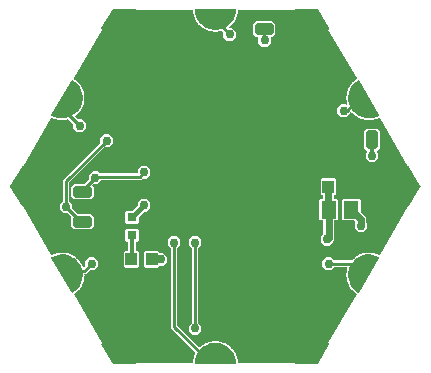
<source format=gbr>
G04 EAGLE Gerber RS-274X export*
G75*
%MOMM*%
%FSLAX34Y34*%
%LPD*%
%INTop Copper*%
%IPPOS*%
%AMOC8*
5,1,8,0,0,1.08239X$1,22.5*%
G01*
%ADD10R,1.300000X1.500000*%
%ADD11R,1.000000X1.100000*%
%ADD12C,0.499997*%
%ADD13C,1.000000*%
%ADD14R,0.800000X0.800000*%
%ADD15C,0.457200*%
%ADD16C,0.756400*%
%ADD17C,0.609600*%
%ADD18C,0.254000*%
%ADD19C,0.355600*%

G36*
X278630Y195708D02*
X278630Y195708D01*
X278658Y195706D01*
X278726Y195728D01*
X278797Y195742D01*
X278820Y195758D01*
X278847Y195767D01*
X278902Y195814D01*
X278961Y195855D01*
X278976Y195879D01*
X278998Y195897D01*
X279029Y195962D01*
X279068Y196022D01*
X279073Y196050D01*
X279085Y196076D01*
X279094Y196177D01*
X279101Y196219D01*
X279099Y196229D01*
X279100Y196242D01*
X279043Y196957D01*
X326766Y196957D01*
X326849Y196974D01*
X326933Y196985D01*
X326947Y196993D01*
X326962Y196996D01*
X327033Y197044D01*
X327105Y197087D01*
X327115Y197100D01*
X327128Y197109D01*
X327174Y197180D01*
X327225Y197248D01*
X327229Y197265D01*
X327237Y197277D01*
X327247Y197332D01*
X327271Y197422D01*
X327349Y198359D01*
X327341Y198425D01*
X327343Y198492D01*
X327329Y198527D01*
X327326Y198558D01*
X327302Y198601D01*
X327279Y198660D01*
X327265Y198684D01*
X327420Y199294D01*
X327421Y199332D01*
X327433Y199376D01*
X327485Y200003D01*
X327506Y200021D01*
X327548Y200073D01*
X327596Y200119D01*
X327611Y200153D01*
X327631Y200178D01*
X327644Y200225D01*
X327670Y200283D01*
X327961Y201433D01*
X327964Y201499D01*
X327977Y201565D01*
X327969Y201601D01*
X327971Y201633D01*
X327954Y201679D01*
X327942Y201742D01*
X327932Y201767D01*
X328185Y202343D01*
X328186Y202347D01*
X328187Y202350D01*
X328192Y202377D01*
X328193Y202380D01*
X328212Y202422D01*
X328366Y203032D01*
X328390Y203046D01*
X328439Y203091D01*
X328494Y203129D01*
X328515Y203160D01*
X328538Y203181D01*
X328559Y203225D01*
X328595Y203278D01*
X329071Y204364D01*
X329073Y204372D01*
X329077Y204379D01*
X329087Y204435D01*
X329108Y204491D01*
X329107Y204529D01*
X329114Y204559D01*
X329112Y204570D01*
X329113Y204576D01*
X329104Y204613D01*
X329103Y204671D01*
X329097Y204698D01*
X329161Y204796D01*
X329180Y204844D01*
X329207Y204886D01*
X329208Y204888D01*
X329210Y204892D01*
X329218Y204938D01*
X329235Y204983D01*
X329235Y205036D01*
X329243Y205083D01*
X329243Y205084D01*
X329244Y205089D01*
X329233Y205135D01*
X329232Y205183D01*
X329210Y205232D01*
X329201Y205270D01*
X329199Y205279D01*
X329198Y205284D01*
X329168Y205328D01*
X329151Y205366D01*
X329122Y205393D01*
X329095Y205432D01*
X308355Y226172D01*
X308355Y293530D01*
X308354Y293538D01*
X308355Y293545D01*
X308334Y293635D01*
X308316Y293726D01*
X308311Y293733D01*
X308309Y293740D01*
X308207Y293888D01*
X305843Y296252D01*
X305843Y300648D01*
X308952Y303757D01*
X313348Y303757D01*
X316457Y300648D01*
X316457Y296252D01*
X314093Y293888D01*
X314089Y293882D01*
X314083Y293877D01*
X314034Y293799D01*
X313982Y293721D01*
X313981Y293714D01*
X313977Y293707D01*
X313945Y293530D01*
X313945Y228698D01*
X313946Y228690D01*
X313945Y228682D01*
X313966Y228592D01*
X313984Y228501D01*
X313989Y228495D01*
X313991Y228487D01*
X314093Y228339D01*
X332386Y210046D01*
X332448Y210005D01*
X332505Y209958D01*
X332531Y209950D01*
X332553Y209935D01*
X332626Y209921D01*
X332697Y209900D01*
X332724Y209903D01*
X332750Y209898D01*
X332823Y209913D01*
X332897Y209921D01*
X332922Y209934D01*
X332946Y209939D01*
X332990Y209970D01*
X333056Y210005D01*
X333279Y210178D01*
X333304Y210207D01*
X333341Y210235D01*
X333767Y210698D01*
X333794Y210699D01*
X333859Y210715D01*
X333925Y210722D01*
X333958Y210739D01*
X333989Y210746D01*
X334028Y210776D01*
X334085Y210805D01*
X335020Y211533D01*
X335064Y211584D01*
X335114Y211628D01*
X335130Y211662D01*
X335151Y211685D01*
X335166Y211732D01*
X335195Y211789D01*
X335203Y211815D01*
X335756Y212115D01*
X335785Y212139D01*
X335826Y212160D01*
X336322Y212547D01*
X336349Y212543D01*
X336416Y212548D01*
X336482Y212544D01*
X336518Y212556D01*
X336549Y212558D01*
X336593Y212581D01*
X336654Y212601D01*
X337696Y213165D01*
X337747Y213208D01*
X337804Y213243D01*
X337826Y213273D01*
X337850Y213293D01*
X337873Y213337D01*
X337910Y213388D01*
X337923Y213413D01*
X338517Y213617D01*
X338550Y213636D01*
X338594Y213651D01*
X339147Y213950D01*
X339173Y213942D01*
X339240Y213936D01*
X339305Y213921D01*
X339342Y213927D01*
X339373Y213924D01*
X339420Y213939D01*
X339483Y213949D01*
X340604Y214333D01*
X340662Y214367D01*
X340723Y214393D01*
X340750Y214419D01*
X340777Y214435D01*
X340807Y214474D01*
X340852Y214519D01*
X340868Y214541D01*
X341489Y214644D01*
X341524Y214658D01*
X341570Y214665D01*
X342165Y214869D01*
X342189Y214857D01*
X342254Y214840D01*
X342315Y214815D01*
X342353Y214814D01*
X342383Y214806D01*
X342432Y214813D01*
X342496Y214812D01*
X343665Y215008D01*
X343727Y215031D01*
X343792Y215046D01*
X343823Y215068D01*
X343852Y215079D01*
X343887Y215113D01*
X343940Y215149D01*
X343959Y215169D01*
X344588Y215169D01*
X344626Y215176D01*
X344672Y215176D01*
X345292Y215279D01*
X345315Y215263D01*
X345375Y215236D01*
X345432Y215201D01*
X345469Y215194D01*
X345497Y215181D01*
X345547Y215180D01*
X345609Y215169D01*
X346795Y215169D01*
X346860Y215182D01*
X346927Y215186D01*
X346960Y215202D01*
X346991Y215208D01*
X347032Y215236D01*
X347089Y215263D01*
X347112Y215279D01*
X347732Y215176D01*
X347770Y215177D01*
X347816Y215169D01*
X348445Y215169D01*
X348464Y215149D01*
X348519Y215112D01*
X348570Y215068D01*
X348605Y215056D01*
X348631Y215038D01*
X348679Y215029D01*
X348739Y215008D01*
X349908Y214812D01*
X349975Y214815D01*
X350041Y214808D01*
X350077Y214818D01*
X350109Y214819D01*
X350153Y214840D01*
X350215Y214857D01*
X350239Y214869D01*
X350834Y214665D01*
X350872Y214660D01*
X350915Y214644D01*
X351536Y214541D01*
X351552Y214519D01*
X351600Y214473D01*
X351643Y214421D01*
X351675Y214403D01*
X351698Y214382D01*
X351744Y214365D01*
X351800Y214333D01*
X352921Y213949D01*
X352987Y213940D01*
X353051Y213922D01*
X353089Y213926D01*
X353120Y213922D01*
X353167Y213935D01*
X353231Y213942D01*
X353257Y213950D01*
X353810Y213651D01*
X353846Y213640D01*
X353887Y213617D01*
X354481Y213413D01*
X354494Y213388D01*
X354534Y213335D01*
X354567Y213277D01*
X354596Y213254D01*
X354615Y213229D01*
X354658Y213205D01*
X354708Y213165D01*
X355750Y212601D01*
X355814Y212581D01*
X355875Y212553D01*
X355912Y212551D01*
X355942Y212542D01*
X355991Y212547D01*
X356055Y212543D01*
X356082Y212547D01*
X356578Y212160D01*
X356612Y212143D01*
X356648Y212115D01*
X357201Y211815D01*
X357209Y211789D01*
X357241Y211730D01*
X357264Y211668D01*
X357288Y211640D01*
X357303Y211612D01*
X357341Y211581D01*
X357384Y211533D01*
X358319Y210805D01*
X358379Y210776D01*
X358434Y210738D01*
X358471Y210730D01*
X358499Y210716D01*
X358548Y210713D01*
X358610Y210699D01*
X358637Y210698D01*
X359063Y210235D01*
X359094Y210213D01*
X359125Y210178D01*
X359621Y209792D01*
X359625Y209765D01*
X359646Y209701D01*
X359658Y209636D01*
X359678Y209605D01*
X359688Y209575D01*
X359721Y209538D01*
X359755Y209484D01*
X360558Y208612D01*
X360612Y208573D01*
X360660Y208526D01*
X360694Y208512D01*
X360720Y208494D01*
X360768Y208483D01*
X360827Y208459D01*
X360854Y208453D01*
X361198Y207927D01*
X361224Y207900D01*
X361249Y207861D01*
X361675Y207398D01*
X361674Y207370D01*
X361684Y207305D01*
X361686Y207238D01*
X361700Y207204D01*
X361705Y207172D01*
X361731Y207131D01*
X361756Y207072D01*
X362404Y206080D01*
X362451Y206032D01*
X362491Y205979D01*
X362523Y205959D01*
X362545Y205937D01*
X362590Y205918D01*
X362645Y205884D01*
X362670Y205874D01*
X362923Y205299D01*
X362945Y205268D01*
X362963Y205225D01*
X363307Y204698D01*
X363301Y204671D01*
X363301Y204607D01*
X363291Y204555D01*
X363293Y204549D01*
X363291Y204539D01*
X363300Y204503D01*
X363300Y204471D01*
X363318Y204426D01*
X363333Y204364D01*
X363809Y203278D01*
X363848Y203223D01*
X363878Y203164D01*
X363906Y203140D01*
X363924Y203114D01*
X363966Y203088D01*
X364014Y203046D01*
X364038Y203032D01*
X364192Y202422D01*
X364209Y202388D01*
X364219Y202343D01*
X364472Y201767D01*
X364462Y201742D01*
X364450Y201676D01*
X364430Y201612D01*
X364433Y201575D01*
X364427Y201544D01*
X364438Y201496D01*
X364443Y201433D01*
X364734Y200283D01*
X364763Y200223D01*
X364783Y200160D01*
X364807Y200131D01*
X364820Y200103D01*
X364857Y200070D01*
X364898Y200021D01*
X364919Y200003D01*
X364971Y199376D01*
X364981Y199340D01*
X364984Y199294D01*
X365139Y198684D01*
X365125Y198661D01*
X365103Y198598D01*
X365072Y198538D01*
X365069Y198501D01*
X365058Y198471D01*
X365061Y198423D01*
X365055Y198359D01*
X365133Y197422D01*
X365156Y197341D01*
X365175Y197258D01*
X365184Y197245D01*
X365188Y197230D01*
X365242Y197164D01*
X365291Y197095D01*
X365304Y197086D01*
X365314Y197074D01*
X365389Y197033D01*
X365461Y196989D01*
X365478Y196986D01*
X365491Y196979D01*
X365547Y196973D01*
X365638Y196957D01*
X413361Y196957D01*
X413304Y196242D01*
X413308Y196213D01*
X413303Y196185D01*
X413320Y196116D01*
X413328Y196044D01*
X413343Y196020D01*
X413349Y195992D01*
X413392Y195934D01*
X413428Y195872D01*
X413450Y195855D01*
X413467Y195832D01*
X413529Y195795D01*
X413586Y195752D01*
X413614Y195745D01*
X413638Y195730D01*
X413738Y195714D01*
X413779Y195703D01*
X413789Y195705D01*
X413802Y195703D01*
X432802Y195703D01*
X432878Y195718D01*
X432956Y195727D01*
X432975Y195738D01*
X432997Y195742D01*
X433061Y195786D01*
X433129Y195825D01*
X433145Y195844D01*
X433161Y195855D01*
X433185Y195893D01*
X433235Y195953D01*
X442735Y212453D01*
X442744Y212480D01*
X442760Y212504D01*
X442775Y212574D01*
X442798Y212642D01*
X442795Y212670D01*
X442801Y212698D01*
X442788Y212769D01*
X442782Y212840D01*
X442769Y212865D01*
X442763Y212893D01*
X442723Y212953D01*
X442690Y213016D01*
X442668Y213034D01*
X442652Y213058D01*
X442569Y213116D01*
X442537Y213143D01*
X442526Y213146D01*
X442516Y213153D01*
X441888Y213450D01*
X465740Y254764D01*
X465767Y254844D01*
X465799Y254922D01*
X465799Y254938D01*
X465804Y254954D01*
X465798Y255038D01*
X465797Y255123D01*
X465791Y255137D01*
X465789Y255154D01*
X465751Y255229D01*
X465718Y255307D01*
X465705Y255319D01*
X465699Y255332D01*
X465656Y255369D01*
X465590Y255434D01*
X464810Y255976D01*
X464749Y256002D01*
X464692Y256037D01*
X464655Y256043D01*
X464626Y256055D01*
X464577Y256056D01*
X464514Y256066D01*
X464486Y256066D01*
X464036Y256505D01*
X464004Y256526D01*
X463971Y256558D01*
X463455Y256917D01*
X463450Y256944D01*
X463425Y257006D01*
X463409Y257071D01*
X463388Y257101D01*
X463376Y257130D01*
X463342Y257165D01*
X463305Y257217D01*
X462458Y258042D01*
X462402Y258078D01*
X462351Y258122D01*
X462316Y258134D01*
X462289Y258151D01*
X462241Y258159D01*
X462181Y258180D01*
X462153Y258184D01*
X461781Y258691D01*
X461753Y258717D01*
X461726Y258755D01*
X461276Y259193D01*
X461276Y259221D01*
X461262Y259286D01*
X461256Y259352D01*
X461240Y259386D01*
X461233Y259417D01*
X461205Y259457D01*
X461177Y259514D01*
X460478Y260467D01*
X460428Y260512D01*
X460386Y260563D01*
X460353Y260581D01*
X460330Y260602D01*
X460283Y260619D01*
X460227Y260649D01*
X460201Y260658D01*
X459918Y261219D01*
X459894Y261249D01*
X459874Y261290D01*
X459502Y261797D01*
X459506Y261825D01*
X459504Y261866D01*
X459509Y261895D01*
X459505Y261914D01*
X459509Y261958D01*
X459498Y261993D01*
X459496Y262025D01*
X459475Y262069D01*
X459457Y262130D01*
X458924Y263185D01*
X458883Y263238D01*
X458849Y263295D01*
X458819Y263318D01*
X458800Y263343D01*
X458757Y263367D01*
X458707Y263406D01*
X458682Y263419D01*
X458495Y264019D01*
X458477Y264052D01*
X458464Y264097D01*
X458180Y264658D01*
X458189Y264684D01*
X458197Y264750D01*
X458213Y264815D01*
X458209Y264852D01*
X458212Y264883D01*
X458199Y264930D01*
X458191Y264994D01*
X457839Y266122D01*
X457829Y266140D01*
X457827Y266149D01*
X457815Y266166D01*
X457807Y266181D01*
X457783Y266243D01*
X457758Y266270D01*
X457742Y266298D01*
X457704Y266328D01*
X457661Y266375D01*
X457639Y266392D01*
X457553Y267015D01*
X457540Y267051D01*
X457535Y267097D01*
X457347Y267697D01*
X457360Y267721D01*
X457377Y267780D01*
X457380Y267785D01*
X457382Y267792D01*
X457406Y267846D01*
X457407Y267884D01*
X457416Y267914D01*
X457411Y267957D01*
X457416Y267982D01*
X457412Y267999D01*
X457413Y268026D01*
X457252Y269197D01*
X457230Y269260D01*
X457216Y269326D01*
X457196Y269357D01*
X457186Y269387D01*
X457153Y269423D01*
X457118Y269477D01*
X457099Y269497D01*
X457117Y270125D01*
X457110Y270163D01*
X457112Y270209D01*
X457026Y270832D01*
X457043Y270854D01*
X457072Y270914D01*
X457109Y270969D01*
X457116Y271006D01*
X457130Y271034D01*
X457132Y271083D01*
X457146Y271146D01*
X457179Y272327D01*
X457168Y272393D01*
X457165Y272460D01*
X457150Y272494D01*
X457145Y272525D01*
X457119Y272566D01*
X457093Y272625D01*
X457077Y272648D01*
X457198Y273265D01*
X457198Y273303D01*
X457208Y273348D01*
X457225Y273977D01*
X457245Y273995D01*
X457284Y274050D01*
X457329Y274099D01*
X457343Y274134D01*
X457361Y274159D01*
X457372Y274207D01*
X457395Y274267D01*
X457622Y275427D01*
X457622Y275493D01*
X457630Y275559D01*
X457621Y275596D01*
X457621Y275627D01*
X457602Y275672D01*
X457586Y275734D01*
X457575Y275759D01*
X457796Y276348D01*
X457802Y276386D01*
X457819Y276429D01*
X457960Y277148D01*
X457981Y277181D01*
X457990Y277229D01*
X458008Y277275D01*
X458008Y277327D01*
X458017Y277378D01*
X458006Y277426D01*
X458006Y277476D01*
X457985Y277523D01*
X457973Y277574D01*
X457945Y277614D01*
X457925Y277659D01*
X457887Y277695D01*
X457857Y277737D01*
X457816Y277763D01*
X457780Y277797D01*
X457731Y277816D01*
X457687Y277843D01*
X457633Y277853D01*
X457592Y277868D01*
X457555Y277867D01*
X457510Y277875D01*
X446880Y277875D01*
X446872Y277874D01*
X446865Y277875D01*
X446775Y277854D01*
X446684Y277836D01*
X446677Y277831D01*
X446670Y277829D01*
X446522Y277727D01*
X444158Y275363D01*
X439762Y275363D01*
X436653Y278472D01*
X436653Y282868D01*
X439762Y285977D01*
X444158Y285977D01*
X446522Y283613D01*
X446528Y283609D01*
X446533Y283603D01*
X446611Y283554D01*
X446689Y283502D01*
X446696Y283501D01*
X446703Y283497D01*
X446880Y283465D01*
X461416Y283465D01*
X461448Y283471D01*
X461480Y283469D01*
X461546Y283491D01*
X461613Y283504D01*
X461640Y283522D01*
X461670Y283533D01*
X461733Y283586D01*
X461779Y283617D01*
X461790Y283634D01*
X461808Y283649D01*
X461860Y283713D01*
X461892Y283772D01*
X461931Y283826D01*
X461940Y283862D01*
X461955Y283890D01*
X461959Y283939D01*
X461975Y284000D01*
X461977Y284028D01*
X462451Y284441D01*
X462475Y284471D01*
X462510Y284501D01*
X462910Y284986D01*
X462937Y284988D01*
X463001Y285008D01*
X463067Y285018D01*
X463099Y285037D01*
X463129Y285047D01*
X463167Y285078D01*
X463222Y285111D01*
X464114Y285886D01*
X464154Y285939D01*
X464202Y285986D01*
X464217Y286020D01*
X464236Y286045D01*
X464249Y286093D01*
X464274Y286151D01*
X464281Y286178D01*
X464817Y286507D01*
X464844Y286533D01*
X464884Y286556D01*
X465359Y286969D01*
X465386Y286967D01*
X465452Y286976D01*
X465519Y286975D01*
X465553Y286989D01*
X465585Y286993D01*
X465627Y287018D01*
X465687Y287041D01*
X466694Y287659D01*
X466743Y287705D01*
X466798Y287743D01*
X466818Y287774D01*
X466841Y287796D01*
X466861Y287841D01*
X466896Y287894D01*
X466907Y287919D01*
X467490Y288156D01*
X467521Y288177D01*
X467564Y288193D01*
X468100Y288522D01*
X468127Y288516D01*
X468194Y288514D01*
X468259Y288502D01*
X468296Y288510D01*
X468327Y288509D01*
X468373Y288526D01*
X468436Y288539D01*
X469531Y288983D01*
X469587Y289020D01*
X469647Y289049D01*
X469672Y289077D01*
X469699Y289094D01*
X469726Y289135D01*
X469769Y289182D01*
X469784Y289205D01*
X470398Y289342D01*
X470432Y289357D01*
X470478Y289367D01*
X471060Y289603D01*
X471086Y289592D01*
X471151Y289579D01*
X471214Y289557D01*
X471251Y289559D01*
X471282Y289552D01*
X471330Y289562D01*
X471394Y289565D01*
X472548Y289822D01*
X472609Y289849D01*
X472673Y289868D01*
X472702Y289891D01*
X472731Y289904D01*
X472764Y289940D01*
X472815Y289979D01*
X472833Y289999D01*
X473461Y290033D01*
X473498Y290043D01*
X473544Y290045D01*
X474158Y290182D01*
X474181Y290167D01*
X474243Y290143D01*
X474302Y290111D01*
X474339Y290107D01*
X474368Y290095D01*
X474417Y290097D01*
X474481Y290089D01*
X475661Y290153D01*
X475725Y290170D01*
X475792Y290178D01*
X475824Y290196D01*
X475855Y290204D01*
X475894Y290233D01*
X475950Y290264D01*
X475972Y290281D01*
X476597Y290211D01*
X476635Y290215D01*
X476680Y290209D01*
X477308Y290243D01*
X477329Y290225D01*
X477386Y290191D01*
X477439Y290150D01*
X477474Y290139D01*
X477502Y290123D01*
X477550Y290117D01*
X477611Y290098D01*
X478786Y289968D01*
X478853Y289973D01*
X478919Y289970D01*
X478955Y289982D01*
X478986Y289985D01*
X479029Y290008D01*
X479090Y290029D01*
X479114Y290042D01*
X479719Y289871D01*
X479757Y289868D01*
X479801Y289855D01*
X480426Y289785D01*
X480443Y289763D01*
X480494Y289721D01*
X480539Y289671D01*
X480573Y289655D01*
X480597Y289635D01*
X480644Y289620D01*
X480701Y289592D01*
X481838Y289270D01*
X481905Y289265D01*
X481970Y289251D01*
X482007Y289257D01*
X482038Y289254D01*
X482085Y289270D01*
X482148Y289280D01*
X482174Y289290D01*
X482742Y289021D01*
X482779Y289012D01*
X482821Y288991D01*
X483426Y288820D01*
X483439Y288796D01*
X483482Y288745D01*
X483519Y288689D01*
X483549Y288667D01*
X483569Y288644D01*
X483613Y288622D01*
X483665Y288584D01*
X484500Y288190D01*
X484583Y288169D01*
X484664Y288144D01*
X484680Y288145D01*
X484695Y288141D01*
X484779Y288155D01*
X484863Y288163D01*
X484877Y288170D01*
X484893Y288172D01*
X484965Y288217D01*
X485040Y288257D01*
X485051Y288270D01*
X485064Y288278D01*
X485096Y288323D01*
X485156Y288395D01*
X509010Y329711D01*
X509618Y329291D01*
X509645Y329280D01*
X509667Y329261D01*
X509736Y329241D01*
X509801Y329213D01*
X509830Y329213D01*
X509858Y329205D01*
X509929Y329213D01*
X510000Y329213D01*
X510027Y329224D01*
X510056Y329227D01*
X510118Y329262D01*
X510183Y329290D01*
X510204Y329310D01*
X510229Y329325D01*
X510292Y329402D01*
X510322Y329432D01*
X510326Y329442D01*
X510335Y329453D01*
X519835Y345953D01*
X519845Y345985D01*
X519854Y345998D01*
X519858Y346022D01*
X519859Y346026D01*
X519890Y346096D01*
X519890Y346120D01*
X519898Y346142D01*
X519892Y346218D01*
X519893Y346295D01*
X519883Y346319D01*
X519882Y346340D01*
X519861Y346379D01*
X519835Y346451D01*
X510335Y362951D01*
X510316Y362973D01*
X510303Y362999D01*
X510250Y363047D01*
X510203Y363100D01*
X510177Y363113D01*
X510156Y363132D01*
X510088Y363155D01*
X510024Y363186D01*
X509995Y363188D01*
X509968Y363197D01*
X509896Y363192D01*
X509825Y363195D01*
X509798Y363185D01*
X509769Y363183D01*
X509679Y363141D01*
X509639Y363126D01*
X509631Y363119D01*
X509618Y363113D01*
X509010Y362693D01*
X485156Y404009D01*
X485100Y404073D01*
X485048Y404140D01*
X485034Y404148D01*
X485024Y404160D01*
X484947Y404197D01*
X484873Y404238D01*
X484858Y404240D01*
X484843Y404247D01*
X484759Y404252D01*
X484674Y404261D01*
X484658Y404257D01*
X484643Y404258D01*
X484590Y404239D01*
X484500Y404214D01*
X483665Y403820D01*
X483612Y403780D01*
X483553Y403747D01*
X483530Y403719D01*
X483504Y403700D01*
X483480Y403658D01*
X483439Y403608D01*
X483426Y403584D01*
X482821Y403413D01*
X482787Y403395D01*
X482742Y403383D01*
X482174Y403115D01*
X482148Y403124D01*
X482082Y403133D01*
X482018Y403152D01*
X481981Y403148D01*
X481949Y403153D01*
X481902Y403140D01*
X481838Y403134D01*
X480701Y402812D01*
X480642Y402781D01*
X480579Y402759D01*
X480551Y402735D01*
X480523Y402720D01*
X480491Y402682D01*
X480443Y402641D01*
X480426Y402619D01*
X479801Y402549D01*
X479765Y402538D01*
X479719Y402533D01*
X479114Y402362D01*
X479090Y402375D01*
X479026Y402396D01*
X478966Y402424D01*
X478929Y402427D01*
X478899Y402436D01*
X478850Y402432D01*
X478786Y402436D01*
X477611Y402306D01*
X477548Y402285D01*
X477482Y402274D01*
X477450Y402254D01*
X477420Y402245D01*
X477383Y402213D01*
X477329Y402179D01*
X477308Y402161D01*
X476680Y402195D01*
X476643Y402190D01*
X476597Y402193D01*
X475972Y402123D01*
X475950Y402140D01*
X475891Y402171D01*
X475836Y402209D01*
X475800Y402218D01*
X475772Y402232D01*
X475723Y402236D01*
X475661Y402251D01*
X474481Y402315D01*
X474414Y402305D01*
X474348Y402305D01*
X474313Y402291D01*
X474282Y402286D01*
X474240Y402261D01*
X474181Y402237D01*
X474158Y402222D01*
X473544Y402359D01*
X473506Y402360D01*
X473461Y402371D01*
X472833Y402405D01*
X472815Y402425D01*
X472761Y402465D01*
X472714Y402512D01*
X472679Y402526D01*
X472654Y402545D01*
X472606Y402557D01*
X472548Y402582D01*
X471394Y402839D01*
X471327Y402841D01*
X471261Y402851D01*
X471225Y402843D01*
X471193Y402844D01*
X471148Y402826D01*
X471086Y402812D01*
X471060Y402801D01*
X470478Y403037D01*
X470440Y403044D01*
X470398Y403062D01*
X469784Y403199D01*
X469769Y403222D01*
X469723Y403271D01*
X469684Y403324D01*
X469652Y403344D01*
X469630Y403367D01*
X469585Y403387D01*
X469531Y403421D01*
X468436Y403865D01*
X468370Y403877D01*
X468307Y403898D01*
X468270Y403896D01*
X468239Y403902D01*
X468191Y403892D01*
X468127Y403888D01*
X468100Y403882D01*
X467564Y404211D01*
X467529Y404224D01*
X467490Y404248D01*
X466907Y404485D01*
X466896Y404510D01*
X466859Y404565D01*
X466829Y404625D01*
X466801Y404649D01*
X466783Y404675D01*
X466742Y404702D01*
X466694Y404745D01*
X465687Y405363D01*
X465641Y405380D01*
X465601Y405404D01*
X465583Y405408D01*
X465565Y405417D01*
X465528Y405421D01*
X465498Y405432D01*
X465458Y405430D01*
X465424Y405436D01*
X465399Y405436D01*
X465395Y405436D01*
X465386Y405437D01*
X465359Y405435D01*
X464884Y405848D01*
X464851Y405866D01*
X464817Y405897D01*
X464281Y406226D01*
X464274Y406253D01*
X464246Y406313D01*
X464227Y406377D01*
X464203Y406406D01*
X464190Y406435D01*
X464154Y406468D01*
X464114Y406518D01*
X463222Y407293D01*
X463164Y407326D01*
X463111Y407367D01*
X463075Y407377D01*
X463047Y407392D01*
X462999Y407398D01*
X462937Y407416D01*
X462910Y407418D01*
X462510Y407903D01*
X462480Y407927D01*
X462451Y407963D01*
X461977Y408376D01*
X461975Y408404D01*
X461957Y408468D01*
X461948Y408534D01*
X461930Y408566D01*
X461922Y408597D01*
X461892Y408635D01*
X461860Y408691D01*
X461209Y409481D01*
X461186Y409499D01*
X461169Y409524D01*
X461109Y409562D01*
X461053Y409607D01*
X461025Y409615D01*
X461000Y409631D01*
X460930Y409643D01*
X460861Y409663D01*
X460832Y409660D01*
X460802Y409665D01*
X460733Y409649D01*
X460662Y409641D01*
X460636Y409626D01*
X460607Y409619D01*
X460536Y409570D01*
X460487Y409543D01*
X460476Y409529D01*
X460459Y409517D01*
X460115Y409173D01*
X460111Y409166D01*
X460105Y409162D01*
X460056Y409083D01*
X460004Y409006D01*
X460003Y408998D01*
X459999Y408992D01*
X459967Y408814D01*
X459967Y408012D01*
X456858Y404903D01*
X452462Y404903D01*
X449353Y408012D01*
X449353Y412408D01*
X452462Y415517D01*
X456858Y415517D01*
X456988Y415387D01*
X457031Y415358D01*
X457068Y415322D01*
X457114Y415303D01*
X457155Y415276D01*
X457206Y415266D01*
X457254Y415247D01*
X457303Y415247D01*
X457352Y415238D01*
X457403Y415249D01*
X457454Y415250D01*
X457500Y415270D01*
X457548Y415280D01*
X457591Y415309D01*
X457638Y415330D01*
X457672Y415366D01*
X457713Y415394D01*
X457740Y415438D01*
X457776Y415475D01*
X457794Y415522D01*
X457820Y415563D01*
X457829Y415614D01*
X457847Y415663D01*
X457846Y415718D01*
X457854Y415761D01*
X457845Y415797D01*
X457845Y415843D01*
X457819Y415975D01*
X457804Y416010D01*
X457796Y416056D01*
X457575Y416645D01*
X457586Y416670D01*
X457601Y416735D01*
X457625Y416797D01*
X457624Y416834D01*
X457631Y416865D01*
X457623Y416913D01*
X457622Y416977D01*
X457395Y418137D01*
X457369Y418199D01*
X457352Y418263D01*
X457330Y418293D01*
X457318Y418323D01*
X457283Y418357D01*
X457245Y418409D01*
X457225Y418427D01*
X457208Y419056D01*
X457199Y419093D01*
X457198Y419139D01*
X457077Y419756D01*
X457093Y419779D01*
X457118Y419841D01*
X457152Y419898D01*
X457158Y419935D01*
X457170Y419964D01*
X457169Y420013D01*
X457179Y420077D01*
X457146Y421258D01*
X457131Y421323D01*
X457124Y421390D01*
X457108Y421423D01*
X457100Y421454D01*
X457072Y421493D01*
X457043Y421550D01*
X457026Y421572D01*
X457112Y422195D01*
X457110Y422233D01*
X457117Y422279D01*
X457099Y422907D01*
X457118Y422927D01*
X457153Y422984D01*
X457196Y423035D01*
X457207Y423071D01*
X457224Y423097D01*
X457232Y423146D01*
X457252Y423207D01*
X457413Y424378D01*
X457409Y424444D01*
X457414Y424511D01*
X457403Y424546D01*
X457401Y424578D01*
X457379Y424622D01*
X457360Y424683D01*
X457347Y424707D01*
X457535Y425307D01*
X457539Y425345D01*
X457553Y425389D01*
X457639Y426012D01*
X457661Y426029D01*
X457705Y426078D01*
X457755Y426122D01*
X457773Y426155D01*
X457794Y426179D01*
X457809Y426225D01*
X457839Y426282D01*
X458191Y427410D01*
X458198Y427477D01*
X458214Y427542D01*
X458208Y427578D01*
X458212Y427610D01*
X458197Y427657D01*
X458189Y427720D01*
X458180Y427746D01*
X458464Y428307D01*
X458474Y428344D01*
X458495Y428385D01*
X458682Y428985D01*
X458707Y428998D01*
X458759Y429040D01*
X458815Y429075D01*
X458838Y429104D01*
X458862Y429124D01*
X458886Y429168D01*
X458924Y429219D01*
X459457Y430274D01*
X459475Y430338D01*
X459501Y430399D01*
X459502Y430437D01*
X459510Y430467D01*
X459504Y430516D01*
X459506Y430579D01*
X459502Y430607D01*
X459874Y431114D01*
X459890Y431148D01*
X459918Y431185D01*
X460201Y431746D01*
X460227Y431755D01*
X460285Y431788D01*
X460347Y431813D01*
X460374Y431838D01*
X460401Y431854D01*
X460431Y431893D01*
X460478Y431937D01*
X461177Y432890D01*
X461205Y432950D01*
X461241Y433006D01*
X461248Y433043D01*
X461262Y433072D01*
X461263Y433120D01*
X461276Y433183D01*
X461276Y433211D01*
X461726Y433649D01*
X461748Y433681D01*
X461781Y433713D01*
X462153Y434220D01*
X462181Y434224D01*
X462243Y434247D01*
X462308Y434261D01*
X462339Y434282D01*
X462369Y434293D01*
X462405Y434326D01*
X462458Y434362D01*
X463305Y435187D01*
X463342Y435242D01*
X463387Y435291D01*
X463400Y435326D01*
X463418Y435352D01*
X463428Y435400D01*
X463450Y435460D01*
X463455Y435487D01*
X463971Y435846D01*
X463998Y435873D01*
X464036Y435899D01*
X464486Y436338D01*
X464514Y436338D01*
X464579Y436350D01*
X464646Y436353D01*
X464680Y436369D01*
X464711Y436375D01*
X464752Y436402D01*
X464810Y436428D01*
X465590Y436970D01*
X465649Y437031D01*
X465659Y437038D01*
X465663Y437045D01*
X465711Y437088D01*
X465718Y437103D01*
X465729Y437115D01*
X465758Y437190D01*
X465769Y437206D01*
X465771Y437218D01*
X465795Y437270D01*
X465795Y437287D01*
X465801Y437302D01*
X465799Y437373D01*
X465804Y437404D01*
X465800Y437424D01*
X465801Y437471D01*
X465795Y437487D01*
X465795Y437502D01*
X465772Y437553D01*
X465770Y437558D01*
X465761Y437599D01*
X465749Y437615D01*
X465740Y437640D01*
X441888Y478954D01*
X442516Y479251D01*
X442538Y479268D01*
X442565Y479278D01*
X442617Y479327D01*
X442675Y479370D01*
X442689Y479395D01*
X442710Y479414D01*
X442739Y479480D01*
X442775Y479542D01*
X442778Y479570D01*
X442790Y479596D01*
X442791Y479668D01*
X442800Y479739D01*
X442792Y479766D01*
X442793Y479795D01*
X442757Y479890D01*
X442746Y479930D01*
X442739Y479939D01*
X442735Y479951D01*
X433235Y496451D01*
X433183Y496510D01*
X433137Y496572D01*
X433118Y496583D01*
X433103Y496600D01*
X433033Y496634D01*
X432966Y496674D01*
X432942Y496678D01*
X432924Y496686D01*
X432879Y496688D01*
X432802Y496701D01*
X413802Y496701D01*
X413774Y496696D01*
X413746Y496698D01*
X413678Y496676D01*
X413607Y496662D01*
X413584Y496646D01*
X413557Y496637D01*
X413502Y496590D01*
X413443Y496549D01*
X413428Y496525D01*
X413407Y496507D01*
X413375Y496442D01*
X413336Y496382D01*
X413331Y496354D01*
X413319Y496328D01*
X413310Y496227D01*
X413303Y496185D01*
X413305Y496175D01*
X413304Y496162D01*
X413361Y495447D01*
X365638Y495447D01*
X365555Y495430D01*
X365471Y495419D01*
X365457Y495411D01*
X365442Y495408D01*
X365371Y495360D01*
X365299Y495317D01*
X365289Y495304D01*
X365276Y495295D01*
X365230Y495224D01*
X365179Y495156D01*
X365175Y495139D01*
X365167Y495127D01*
X365157Y495072D01*
X365133Y494982D01*
X365055Y494045D01*
X365063Y493979D01*
X365061Y493912D01*
X365075Y493877D01*
X365078Y493846D01*
X365102Y493803D01*
X365125Y493743D01*
X365139Y493720D01*
X364984Y493110D01*
X364983Y493072D01*
X364971Y493028D01*
X364919Y492401D01*
X364898Y492383D01*
X364856Y492331D01*
X364808Y492285D01*
X364793Y492251D01*
X364773Y492226D01*
X364760Y492179D01*
X364734Y492121D01*
X364443Y490971D01*
X364440Y490905D01*
X364427Y490839D01*
X364435Y490803D01*
X364433Y490771D01*
X364450Y490725D01*
X364462Y490662D01*
X364472Y490637D01*
X364219Y490061D01*
X364211Y490024D01*
X364192Y489982D01*
X364038Y489372D01*
X364014Y489358D01*
X363965Y489313D01*
X363910Y489275D01*
X363889Y489245D01*
X363866Y489223D01*
X363845Y489179D01*
X363809Y489126D01*
X363333Y488040D01*
X363319Y487975D01*
X363296Y487913D01*
X363297Y487875D01*
X363290Y487845D01*
X363299Y487796D01*
X363301Y487733D01*
X363307Y487706D01*
X362963Y487179D01*
X362949Y487144D01*
X362923Y487105D01*
X362670Y486530D01*
X362645Y486520D01*
X362589Y486484D01*
X362528Y486455D01*
X362503Y486428D01*
X362476Y486411D01*
X362448Y486371D01*
X362404Y486324D01*
X361756Y485332D01*
X361737Y485284D01*
X361722Y485262D01*
X361720Y485251D01*
X361699Y485212D01*
X361693Y485175D01*
X361682Y485146D01*
X361683Y485097D01*
X361674Y485034D01*
X361675Y485006D01*
X361249Y484543D01*
X361229Y484511D01*
X361198Y484477D01*
X360854Y483951D01*
X360827Y483945D01*
X360766Y483919D01*
X360701Y483901D01*
X360672Y483879D01*
X360643Y483866D01*
X360609Y483831D01*
X360558Y483792D01*
X359755Y482920D01*
X359720Y482863D01*
X359678Y482811D01*
X359667Y482776D01*
X359651Y482749D01*
X359644Y482700D01*
X359625Y482639D01*
X359621Y482612D01*
X359125Y482226D01*
X359100Y482197D01*
X359063Y482169D01*
X358637Y481706D01*
X358610Y481705D01*
X358545Y481689D01*
X358479Y481682D01*
X358446Y481665D01*
X358415Y481658D01*
X358376Y481628D01*
X358319Y481599D01*
X357800Y481194D01*
X357777Y481168D01*
X357749Y481149D01*
X357713Y481093D01*
X357669Y481042D01*
X357658Y481010D01*
X357640Y480981D01*
X357628Y480915D01*
X357607Y480852D01*
X357610Y480817D01*
X357604Y480784D01*
X357619Y480718D01*
X357624Y480652D01*
X357640Y480622D01*
X357648Y480588D01*
X357686Y480533D01*
X357717Y480474D01*
X357744Y480453D01*
X357764Y480425D01*
X357820Y480389D01*
X357872Y480347D01*
X357905Y480337D01*
X357934Y480319D01*
X358011Y480305D01*
X358064Y480289D01*
X358086Y480291D01*
X358111Y480287D01*
X360338Y480287D01*
X363447Y477178D01*
X363447Y472782D01*
X360338Y469673D01*
X355942Y469673D01*
X352833Y472782D01*
X352833Y476124D01*
X352832Y476132D01*
X352833Y476140D01*
X352812Y476230D01*
X352794Y476321D01*
X352789Y476327D01*
X352787Y476335D01*
X352685Y476483D01*
X351522Y477645D01*
X351481Y477673D01*
X351446Y477708D01*
X351398Y477728D01*
X351355Y477756D01*
X351306Y477766D01*
X351260Y477785D01*
X351203Y477785D01*
X351158Y477794D01*
X351123Y477787D01*
X351080Y477787D01*
X350916Y477760D01*
X350880Y477746D01*
X350834Y477739D01*
X350239Y477535D01*
X350215Y477547D01*
X350150Y477564D01*
X350089Y477589D01*
X350051Y477590D01*
X350021Y477598D01*
X349972Y477591D01*
X349908Y477592D01*
X348739Y477396D01*
X348677Y477373D01*
X348612Y477358D01*
X348581Y477336D01*
X348552Y477325D01*
X348517Y477291D01*
X348464Y477255D01*
X348445Y477235D01*
X347816Y477235D01*
X347778Y477228D01*
X347732Y477228D01*
X347112Y477125D01*
X347089Y477141D01*
X347029Y477168D01*
X346972Y477203D01*
X346935Y477210D01*
X346907Y477223D01*
X346857Y477224D01*
X346795Y477235D01*
X345609Y477235D01*
X345544Y477222D01*
X345477Y477218D01*
X345444Y477202D01*
X345413Y477196D01*
X345372Y477168D01*
X345315Y477141D01*
X345292Y477125D01*
X344672Y477228D01*
X344634Y477227D01*
X344588Y477235D01*
X343959Y477235D01*
X343940Y477255D01*
X343885Y477292D01*
X343834Y477336D01*
X343799Y477348D01*
X343773Y477366D01*
X343725Y477375D01*
X343665Y477396D01*
X342496Y477592D01*
X342429Y477589D01*
X342363Y477596D01*
X342327Y477586D01*
X342295Y477585D01*
X342251Y477564D01*
X342189Y477547D01*
X342165Y477535D01*
X341570Y477739D01*
X341532Y477744D01*
X341489Y477760D01*
X340868Y477863D01*
X340852Y477885D01*
X340804Y477931D01*
X340761Y477983D01*
X340729Y478001D01*
X340706Y478022D01*
X340660Y478039D01*
X340604Y478071D01*
X339483Y478455D01*
X339417Y478464D01*
X339353Y478482D01*
X339331Y478479D01*
X339325Y478480D01*
X339310Y478480D01*
X339304Y478479D01*
X339284Y478482D01*
X339237Y478469D01*
X339173Y478462D01*
X339147Y478454D01*
X338594Y478753D01*
X338558Y478764D01*
X338517Y478787D01*
X337923Y478991D01*
X337910Y479016D01*
X337870Y479069D01*
X337837Y479127D01*
X337808Y479150D01*
X337789Y479175D01*
X337746Y479199D01*
X337696Y479239D01*
X336654Y479803D01*
X336590Y479823D01*
X336529Y479851D01*
X336492Y479853D01*
X336462Y479862D01*
X336413Y479857D01*
X336349Y479861D01*
X336322Y479857D01*
X335826Y480244D01*
X335792Y480261D01*
X335756Y480289D01*
X335203Y480589D01*
X335195Y480615D01*
X335164Y480674D01*
X335140Y480736D01*
X335115Y480764D01*
X335101Y480792D01*
X335063Y480823D01*
X335020Y480871D01*
X334085Y481599D01*
X334025Y481628D01*
X333970Y481666D01*
X333934Y481674D01*
X333905Y481688D01*
X333856Y481691D01*
X333794Y481705D01*
X333767Y481706D01*
X333341Y482169D01*
X333310Y482191D01*
X333279Y482226D01*
X332783Y482612D01*
X332779Y482639D01*
X332758Y482703D01*
X332746Y482768D01*
X332726Y482799D01*
X332716Y482829D01*
X332683Y482866D01*
X332649Y482920D01*
X331846Y483792D01*
X331792Y483831D01*
X331744Y483878D01*
X331710Y483892D01*
X331684Y483910D01*
X331636Y483921D01*
X331577Y483945D01*
X331550Y483951D01*
X331206Y484477D01*
X331180Y484504D01*
X331155Y484543D01*
X330729Y485006D01*
X330730Y485034D01*
X330720Y485099D01*
X330718Y485166D01*
X330704Y485200D01*
X330699Y485232D01*
X330677Y485267D01*
X330674Y485281D01*
X330664Y485295D01*
X330648Y485332D01*
X330000Y486324D01*
X329953Y486372D01*
X329913Y486425D01*
X329881Y486445D01*
X329859Y486467D01*
X329814Y486486D01*
X329759Y486520D01*
X329734Y486530D01*
X329481Y487105D01*
X329459Y487136D01*
X329441Y487179D01*
X329097Y487706D01*
X329103Y487733D01*
X329103Y487799D01*
X329113Y487865D01*
X329104Y487901D01*
X329104Y487933D01*
X329086Y487978D01*
X329071Y488040D01*
X328595Y489126D01*
X328556Y489181D01*
X328526Y489240D01*
X328498Y489264D01*
X328480Y489290D01*
X328438Y489316D01*
X328390Y489358D01*
X328366Y489372D01*
X328212Y489982D01*
X328195Y490016D01*
X328185Y490061D01*
X327932Y490637D01*
X327942Y490662D01*
X327954Y490728D01*
X327974Y490792D01*
X327971Y490829D01*
X327977Y490860D01*
X327966Y490908D01*
X327961Y490971D01*
X327670Y492121D01*
X327641Y492181D01*
X327621Y492244D01*
X327597Y492273D01*
X327584Y492301D01*
X327547Y492334D01*
X327506Y492383D01*
X327485Y492401D01*
X327433Y493028D01*
X327423Y493064D01*
X327420Y493110D01*
X327265Y493720D01*
X327279Y493743D01*
X327301Y493806D01*
X327332Y493866D01*
X327335Y493903D01*
X327346Y493933D01*
X327343Y493981D01*
X327349Y494045D01*
X327271Y494982D01*
X327248Y495063D01*
X327229Y495146D01*
X327220Y495159D01*
X327216Y495174D01*
X327162Y495240D01*
X327113Y495309D01*
X327100Y495318D01*
X327090Y495330D01*
X327015Y495371D01*
X326943Y495415D01*
X326926Y495418D01*
X326913Y495425D01*
X326857Y495431D01*
X326766Y495447D01*
X279043Y495447D01*
X279100Y496162D01*
X279096Y496191D01*
X279101Y496219D01*
X279084Y496288D01*
X279076Y496360D01*
X279062Y496384D01*
X279055Y496412D01*
X279012Y496470D01*
X278977Y496532D01*
X278954Y496549D01*
X278937Y496572D01*
X278875Y496609D01*
X278818Y496652D01*
X278790Y496659D01*
X278766Y496674D01*
X278666Y496690D01*
X278625Y496701D01*
X278615Y496699D01*
X278602Y496701D01*
X259602Y496701D01*
X259526Y496686D01*
X259448Y496677D01*
X259429Y496666D01*
X259407Y496662D01*
X259343Y496618D01*
X259275Y496579D01*
X259259Y496560D01*
X259243Y496549D01*
X259219Y496511D01*
X259169Y496451D01*
X249669Y479951D01*
X249660Y479924D01*
X249644Y479900D01*
X249629Y479830D01*
X249606Y479762D01*
X249609Y479734D01*
X249603Y479706D01*
X249617Y479636D01*
X249622Y479564D01*
X249635Y479539D01*
X249641Y479511D01*
X249681Y479451D01*
X249714Y479388D01*
X249736Y479370D01*
X249752Y479346D01*
X249835Y479288D01*
X249867Y479261D01*
X249878Y479258D01*
X249889Y479251D01*
X250516Y478954D01*
X226664Y437640D01*
X226652Y437606D01*
X226635Y437580D01*
X226628Y437538D01*
X226605Y437482D01*
X226605Y437466D01*
X226600Y437450D01*
X226603Y437403D01*
X226600Y437383D01*
X226606Y437354D01*
X226607Y437281D01*
X226613Y437267D01*
X226615Y437250D01*
X226641Y437199D01*
X226643Y437187D01*
X226654Y437172D01*
X226686Y437097D01*
X226699Y437085D01*
X226705Y437072D01*
X226748Y437035D01*
X226758Y437026D01*
X226759Y437024D01*
X226761Y437023D01*
X226814Y436970D01*
X227594Y436428D01*
X227655Y436402D01*
X227712Y436367D01*
X227749Y436361D01*
X227778Y436349D01*
X227827Y436348D01*
X227890Y436338D01*
X227918Y436338D01*
X228368Y435899D01*
X228400Y435878D01*
X228433Y435846D01*
X228949Y435487D01*
X228954Y435460D01*
X228979Y435398D01*
X228995Y435333D01*
X229016Y435303D01*
X229028Y435274D01*
X229062Y435239D01*
X229099Y435187D01*
X229946Y434362D01*
X230002Y434326D01*
X230053Y434282D01*
X230088Y434270D01*
X230115Y434253D01*
X230163Y434245D01*
X230223Y434224D01*
X230251Y434220D01*
X230623Y433713D01*
X230651Y433687D01*
X230678Y433649D01*
X231128Y433211D01*
X231128Y433183D01*
X231142Y433118D01*
X231148Y433052D01*
X231164Y433018D01*
X231171Y432987D01*
X231199Y432947D01*
X231227Y432890D01*
X231926Y431937D01*
X231976Y431892D01*
X232018Y431841D01*
X232051Y431823D01*
X232074Y431802D01*
X232121Y431785D01*
X232177Y431755D01*
X232203Y431746D01*
X232486Y431185D01*
X232510Y431155D01*
X232530Y431114D01*
X232902Y430607D01*
X232898Y430579D01*
X232901Y430513D01*
X232895Y430446D01*
X232906Y430411D01*
X232908Y430379D01*
X232929Y430335D01*
X232947Y430274D01*
X233480Y429219D01*
X233521Y429166D01*
X233555Y429109D01*
X233585Y429086D01*
X233604Y429061D01*
X233647Y429037D01*
X233697Y428998D01*
X233722Y428985D01*
X233909Y428385D01*
X233927Y428352D01*
X233940Y428307D01*
X234224Y427746D01*
X234215Y427720D01*
X234207Y427654D01*
X234191Y427589D01*
X234195Y427552D01*
X234192Y427521D01*
X234205Y427474D01*
X234213Y427410D01*
X234565Y426282D01*
X234597Y426223D01*
X234621Y426161D01*
X234646Y426134D01*
X234662Y426106D01*
X234700Y426076D01*
X234743Y426029D01*
X234765Y426012D01*
X234851Y425389D01*
X234864Y425353D01*
X234869Y425307D01*
X235057Y424707D01*
X235044Y424683D01*
X235025Y424619D01*
X234998Y424558D01*
X234997Y424520D01*
X234988Y424490D01*
X234993Y424442D01*
X234991Y424378D01*
X235152Y423207D01*
X235174Y423144D01*
X235188Y423078D01*
X235208Y423047D01*
X235218Y423017D01*
X235251Y422981D01*
X235286Y422927D01*
X235305Y422907D01*
X235287Y422279D01*
X235294Y422241D01*
X235292Y422195D01*
X235378Y421572D01*
X235361Y421550D01*
X235332Y421490D01*
X235295Y421435D01*
X235288Y421398D01*
X235274Y421370D01*
X235272Y421321D01*
X235258Y421258D01*
X235225Y420077D01*
X235236Y420011D01*
X235239Y419944D01*
X235254Y419910D01*
X235259Y419879D01*
X235285Y419838D01*
X235311Y419779D01*
X235327Y419756D01*
X235206Y419139D01*
X235206Y419101D01*
X235196Y419056D01*
X235179Y418427D01*
X235159Y418409D01*
X235120Y418354D01*
X235075Y418305D01*
X235061Y418270D01*
X235043Y418245D01*
X235032Y418197D01*
X235009Y418137D01*
X234782Y416977D01*
X234782Y416911D01*
X234774Y416845D01*
X234783Y416808D01*
X234783Y416777D01*
X234802Y416732D01*
X234818Y416670D01*
X234829Y416645D01*
X234608Y416056D01*
X234602Y416018D01*
X234585Y415975D01*
X234464Y415358D01*
X234442Y415343D01*
X234395Y415295D01*
X234342Y415255D01*
X234323Y415223D01*
X234301Y415200D01*
X234282Y415155D01*
X234250Y415100D01*
X233834Y413993D01*
X233824Y413927D01*
X233804Y413864D01*
X233807Y413826D01*
X233802Y413795D01*
X233814Y413748D01*
X233819Y413684D01*
X233826Y413657D01*
X233512Y413113D01*
X233499Y413077D01*
X233476Y413037D01*
X233255Y412449D01*
X233230Y412437D01*
X233176Y412398D01*
X233117Y412367D01*
X233093Y412338D01*
X233067Y412320D01*
X233042Y412278D01*
X233000Y412229D01*
X232409Y411206D01*
X232387Y411143D01*
X232358Y411083D01*
X232355Y411046D01*
X232345Y411016D01*
X232348Y410967D01*
X232343Y410903D01*
X232346Y410876D01*
X231945Y410391D01*
X231927Y410357D01*
X231898Y410322D01*
X231583Y409778D01*
X231556Y409770D01*
X231497Y409741D01*
X231433Y409720D01*
X231405Y409695D01*
X231377Y409681D01*
X231345Y409644D01*
X231296Y409603D01*
X230544Y408691D01*
X230512Y408632D01*
X230473Y408578D01*
X230464Y408542D01*
X230449Y408514D01*
X230445Y408465D01*
X230429Y408404D01*
X230427Y408376D01*
X229953Y407963D01*
X229929Y407933D01*
X229894Y407903D01*
X229494Y407418D01*
X229467Y407416D01*
X229403Y407396D01*
X229337Y407386D01*
X229305Y407367D01*
X229275Y407357D01*
X229237Y407326D01*
X229182Y407293D01*
X228290Y406518D01*
X228250Y406465D01*
X228202Y406418D01*
X228187Y406384D01*
X228168Y406359D01*
X228155Y406311D01*
X228130Y406253D01*
X228123Y406226D01*
X227589Y405898D01*
X227541Y405854D01*
X227488Y405817D01*
X227469Y405786D01*
X227442Y405761D01*
X227415Y405702D01*
X227381Y405648D01*
X227375Y405612D01*
X227360Y405579D01*
X227358Y405514D01*
X227347Y405450D01*
X227355Y405415D01*
X227354Y405378D01*
X227378Y405318D01*
X227393Y405255D01*
X227415Y405222D01*
X227427Y405192D01*
X227460Y405157D01*
X227495Y405107D01*
X229637Y402965D01*
X229644Y402961D01*
X229648Y402955D01*
X229727Y402906D01*
X229804Y402854D01*
X229812Y402853D01*
X229818Y402849D01*
X229996Y402817D01*
X233338Y402817D01*
X236447Y399708D01*
X236447Y395312D01*
X233338Y392203D01*
X228942Y392203D01*
X225833Y395312D01*
X225833Y398654D01*
X225832Y398662D01*
X225833Y398670D01*
X225812Y398760D01*
X225794Y398851D01*
X225789Y398857D01*
X225787Y398865D01*
X225685Y399013D01*
X221975Y402723D01*
X221971Y402725D01*
X221969Y402729D01*
X221888Y402781D01*
X221808Y402834D01*
X221804Y402834D01*
X221800Y402837D01*
X221705Y402853D01*
X221611Y402871D01*
X221607Y402870D01*
X221602Y402871D01*
X221426Y402834D01*
X221344Y402801D01*
X221318Y402812D01*
X221253Y402825D01*
X221190Y402847D01*
X221153Y402845D01*
X221122Y402852D01*
X221074Y402842D01*
X221010Y402839D01*
X219856Y402582D01*
X219795Y402555D01*
X219731Y402536D01*
X219702Y402513D01*
X219673Y402500D01*
X219639Y402464D01*
X219589Y402425D01*
X219571Y402405D01*
X218943Y402371D01*
X218906Y402361D01*
X218860Y402359D01*
X218246Y402222D01*
X218223Y402237D01*
X218161Y402261D01*
X218102Y402293D01*
X218065Y402297D01*
X218036Y402309D01*
X217987Y402307D01*
X217923Y402315D01*
X216743Y402251D01*
X216679Y402234D01*
X216612Y402226D01*
X216579Y402208D01*
X216549Y402200D01*
X216510Y402171D01*
X216454Y402140D01*
X216432Y402123D01*
X215807Y402193D01*
X215769Y402189D01*
X215724Y402195D01*
X215096Y402161D01*
X215075Y402179D01*
X215018Y402213D01*
X214965Y402254D01*
X214930Y402265D01*
X214902Y402281D01*
X214854Y402287D01*
X214793Y402306D01*
X213618Y402436D01*
X213551Y402431D01*
X213485Y402434D01*
X213450Y402422D01*
X213418Y402419D01*
X213375Y402396D01*
X213314Y402375D01*
X213290Y402362D01*
X212685Y402533D01*
X212647Y402536D01*
X212603Y402549D01*
X211978Y402619D01*
X211961Y402641D01*
X211910Y402683D01*
X211865Y402733D01*
X211831Y402749D01*
X211807Y402769D01*
X211760Y402784D01*
X211703Y402812D01*
X210566Y403134D01*
X210499Y403139D01*
X210434Y403153D01*
X210397Y403147D01*
X210366Y403150D01*
X210319Y403134D01*
X210256Y403124D01*
X210230Y403115D01*
X209662Y403383D01*
X209625Y403392D01*
X209583Y403413D01*
X208978Y403584D01*
X208965Y403608D01*
X208922Y403659D01*
X208885Y403715D01*
X208855Y403737D01*
X208835Y403760D01*
X208791Y403782D01*
X208739Y403820D01*
X207904Y404214D01*
X207821Y404235D01*
X207740Y404260D01*
X207724Y404259D01*
X207709Y404263D01*
X207625Y404249D01*
X207541Y404241D01*
X207527Y404234D01*
X207511Y404232D01*
X207439Y404187D01*
X207364Y404147D01*
X207353Y404134D01*
X207340Y404126D01*
X207308Y404081D01*
X207248Y404009D01*
X183394Y362693D01*
X182786Y363113D01*
X182759Y363124D01*
X182737Y363143D01*
X182668Y363163D01*
X182603Y363191D01*
X182574Y363191D01*
X182546Y363199D01*
X182475Y363191D01*
X182404Y363192D01*
X182377Y363180D01*
X182348Y363177D01*
X182286Y363142D01*
X182221Y363114D01*
X182200Y363094D01*
X182175Y363079D01*
X182112Y363002D01*
X182082Y362972D01*
X182078Y362962D01*
X182069Y362951D01*
X172569Y346451D01*
X172545Y346378D01*
X172514Y346308D01*
X172514Y346284D01*
X172506Y346262D01*
X172513Y346186D01*
X172512Y346109D01*
X172521Y346085D01*
X172522Y346064D01*
X172543Y346025D01*
X172562Y345973D01*
X172563Y345967D01*
X172565Y345965D01*
X172569Y345953D01*
X182069Y329453D01*
X182088Y329431D01*
X182101Y329405D01*
X182154Y329357D01*
X182201Y329304D01*
X182227Y329291D01*
X182249Y329272D01*
X182316Y329249D01*
X182380Y329218D01*
X182409Y329217D01*
X182436Y329207D01*
X182508Y329212D01*
X182579Y329209D01*
X182606Y329219D01*
X182635Y329221D01*
X182725Y329263D01*
X182765Y329278D01*
X182773Y329285D01*
X182786Y329291D01*
X183394Y329711D01*
X207248Y288395D01*
X207304Y288331D01*
X207356Y288264D01*
X207370Y288256D01*
X207380Y288244D01*
X207457Y288207D01*
X207531Y288166D01*
X207546Y288164D01*
X207561Y288157D01*
X207645Y288152D01*
X207730Y288143D01*
X207746Y288147D01*
X207761Y288146D01*
X207814Y288165D01*
X207904Y288190D01*
X208739Y288584D01*
X208792Y288624D01*
X208851Y288657D01*
X208874Y288685D01*
X208900Y288704D01*
X208924Y288746D01*
X208965Y288796D01*
X208978Y288820D01*
X209583Y288991D01*
X209617Y289009D01*
X209662Y289021D01*
X210230Y289290D01*
X210256Y289280D01*
X210322Y289271D01*
X210386Y289252D01*
X210423Y289256D01*
X210455Y289251D01*
X210502Y289264D01*
X210566Y289270D01*
X211703Y289592D01*
X211762Y289623D01*
X211825Y289645D01*
X211853Y289669D01*
X211881Y289684D01*
X211913Y289722D01*
X211961Y289763D01*
X211978Y289785D01*
X212603Y289855D01*
X212639Y289866D01*
X212685Y289871D01*
X213290Y290042D01*
X213314Y290029D01*
X213378Y290008D01*
X213438Y289980D01*
X213475Y289977D01*
X213505Y289968D01*
X213554Y289972D01*
X213618Y289968D01*
X214793Y290098D01*
X214856Y290119D01*
X214922Y290130D01*
X214954Y290150D01*
X214984Y290159D01*
X215021Y290191D01*
X215075Y290225D01*
X215096Y290243D01*
X215724Y290209D01*
X215761Y290214D01*
X215807Y290211D01*
X216432Y290281D01*
X216454Y290264D01*
X216513Y290233D01*
X216568Y290195D01*
X216604Y290186D01*
X216632Y290172D01*
X216681Y290168D01*
X216743Y290153D01*
X217923Y290089D01*
X217990Y290099D01*
X218056Y290099D01*
X218091Y290113D01*
X218122Y290118D01*
X218164Y290143D01*
X218223Y290167D01*
X218246Y290182D01*
X218860Y290045D01*
X218898Y290044D01*
X218943Y290033D01*
X219571Y289999D01*
X219589Y289979D01*
X219643Y289939D01*
X219690Y289892D01*
X219725Y289878D01*
X219750Y289859D01*
X219798Y289847D01*
X219856Y289822D01*
X221010Y289565D01*
X221077Y289563D01*
X221143Y289553D01*
X221179Y289561D01*
X221211Y289560D01*
X221256Y289578D01*
X221318Y289592D01*
X221344Y289603D01*
X221926Y289367D01*
X221964Y289360D01*
X222006Y289342D01*
X222620Y289205D01*
X222635Y289182D01*
X222681Y289133D01*
X222720Y289080D01*
X222752Y289060D01*
X222774Y289037D01*
X222819Y289017D01*
X222873Y288983D01*
X223968Y288539D01*
X224034Y288527D01*
X224097Y288506D01*
X224134Y288508D01*
X224165Y288502D01*
X224213Y288512D01*
X224277Y288516D01*
X224304Y288522D01*
X224840Y288193D01*
X224875Y288180D01*
X224914Y288156D01*
X225497Y287919D01*
X225508Y287894D01*
X225545Y287839D01*
X225575Y287779D01*
X225603Y287754D01*
X225621Y287729D01*
X225662Y287702D01*
X225710Y287659D01*
X226717Y287041D01*
X226780Y287018D01*
X226839Y286987D01*
X226876Y286983D01*
X226906Y286972D01*
X226954Y286974D01*
X227018Y286967D01*
X227045Y286969D01*
X227520Y286556D01*
X227553Y286538D01*
X227587Y286507D01*
X228123Y286178D01*
X228130Y286151D01*
X228158Y286091D01*
X228177Y286027D01*
X228201Y285998D01*
X228214Y285969D01*
X228250Y285936D01*
X228290Y285886D01*
X229182Y285111D01*
X229240Y285078D01*
X229293Y285037D01*
X229329Y285027D01*
X229357Y285012D01*
X229405Y285006D01*
X229467Y284988D01*
X229494Y284986D01*
X229894Y284501D01*
X229924Y284477D01*
X229953Y284441D01*
X230427Y284028D01*
X230429Y284000D01*
X230447Y283936D01*
X230456Y283870D01*
X230474Y283838D01*
X230482Y283807D01*
X230512Y283769D01*
X230544Y283713D01*
X231296Y282801D01*
X231348Y282759D01*
X231393Y282710D01*
X231427Y282694D01*
X231451Y282674D01*
X231499Y282661D01*
X231556Y282634D01*
X231583Y282626D01*
X231898Y282082D01*
X231923Y282053D01*
X231945Y282013D01*
X232346Y281528D01*
X232343Y281501D01*
X232350Y281434D01*
X232348Y281368D01*
X232360Y281333D01*
X232363Y281301D01*
X232387Y281258D01*
X232409Y281198D01*
X233000Y280175D01*
X233045Y280125D01*
X233082Y280069D01*
X233112Y280048D01*
X233133Y280024D01*
X233177Y280003D01*
X233230Y279967D01*
X233255Y279955D01*
X233476Y279367D01*
X233496Y279334D01*
X233512Y279291D01*
X233826Y278747D01*
X233819Y278720D01*
X233815Y278653D01*
X233802Y278588D01*
X233809Y278551D01*
X233807Y278520D01*
X233823Y278474D01*
X233834Y278411D01*
X233900Y278236D01*
X233907Y278226D01*
X233909Y278213D01*
X233959Y278141D01*
X234006Y278066D01*
X234016Y278059D01*
X234023Y278049D01*
X234098Y278001D01*
X234170Y277951D01*
X234182Y277948D01*
X234193Y277941D01*
X234280Y277926D01*
X234365Y277907D01*
X234378Y277910D01*
X234390Y277907D01*
X234476Y277927D01*
X234563Y277943D01*
X234573Y277950D01*
X234585Y277953D01*
X234709Y278039D01*
X234730Y278053D01*
X234732Y278054D01*
X234733Y278056D01*
X235845Y279167D01*
X235849Y279174D01*
X235855Y279178D01*
X235904Y279257D01*
X235956Y279334D01*
X235957Y279342D01*
X235961Y279348D01*
X235993Y279526D01*
X235993Y282868D01*
X239102Y285977D01*
X243498Y285977D01*
X246607Y282868D01*
X246607Y278472D01*
X243498Y275363D01*
X240156Y275363D01*
X240148Y275362D01*
X240140Y275363D01*
X240050Y275342D01*
X239959Y275324D01*
X239953Y275319D01*
X239945Y275317D01*
X239797Y275215D01*
X238275Y273693D01*
X236490Y271907D01*
X235759Y271907D01*
X235746Y271905D01*
X235734Y271907D01*
X235649Y271885D01*
X235562Y271868D01*
X235552Y271861D01*
X235540Y271858D01*
X235469Y271805D01*
X235396Y271755D01*
X235390Y271745D01*
X235380Y271737D01*
X235335Y271661D01*
X235287Y271587D01*
X235285Y271575D01*
X235279Y271564D01*
X235256Y271414D01*
X235252Y271390D01*
X235252Y271388D01*
X235252Y271386D01*
X235258Y271146D01*
X235273Y271081D01*
X235280Y271014D01*
X235296Y270981D01*
X235304Y270950D01*
X235332Y270911D01*
X235361Y270854D01*
X235378Y270832D01*
X235292Y270209D01*
X235294Y270171D01*
X235287Y270125D01*
X235305Y269497D01*
X235286Y269477D01*
X235251Y269420D01*
X235208Y269369D01*
X235197Y269333D01*
X235180Y269307D01*
X235172Y269258D01*
X235152Y269197D01*
X234991Y268026D01*
X234993Y267989D01*
X234988Y267961D01*
X234993Y267938D01*
X234990Y267893D01*
X235001Y267858D01*
X235003Y267826D01*
X235025Y267782D01*
X235044Y267721D01*
X235057Y267697D01*
X234869Y267097D01*
X234865Y267059D01*
X234851Y267015D01*
X234765Y266392D01*
X234743Y266375D01*
X234699Y266325D01*
X234649Y266282D01*
X234631Y266249D01*
X234610Y266225D01*
X234595Y266179D01*
X234570Y266130D01*
X234569Y266130D01*
X234569Y266129D01*
X234565Y266122D01*
X234213Y264994D01*
X234206Y264927D01*
X234190Y264862D01*
X234196Y264826D01*
X234192Y264794D01*
X234207Y264747D01*
X234215Y264684D01*
X234224Y264658D01*
X233940Y264097D01*
X233930Y264060D01*
X233909Y264019D01*
X233722Y263419D01*
X233697Y263406D01*
X233645Y263364D01*
X233589Y263329D01*
X233566Y263300D01*
X233542Y263280D01*
X233518Y263236D01*
X233480Y263185D01*
X232947Y262130D01*
X232931Y262072D01*
X232931Y262071D01*
X232929Y262066D01*
X232903Y262005D01*
X232902Y261967D01*
X232894Y261937D01*
X232899Y261896D01*
X232895Y261874D01*
X232899Y261856D01*
X232898Y261825D01*
X232902Y261797D01*
X232530Y261290D01*
X232514Y261256D01*
X232486Y261219D01*
X232203Y260658D01*
X232177Y260649D01*
X232119Y260616D01*
X232057Y260591D01*
X232030Y260566D01*
X232003Y260550D01*
X231973Y260511D01*
X231926Y260467D01*
X231227Y259514D01*
X231199Y259454D01*
X231163Y259398D01*
X231156Y259361D01*
X231142Y259332D01*
X231141Y259284D01*
X231128Y259221D01*
X231128Y259193D01*
X230678Y258755D01*
X230656Y258723D01*
X230623Y258691D01*
X230251Y258184D01*
X230223Y258180D01*
X230161Y258157D01*
X230096Y258143D01*
X230065Y258122D01*
X230035Y258111D01*
X229999Y258078D01*
X229946Y258042D01*
X229099Y257217D01*
X229062Y257162D01*
X229017Y257113D01*
X229004Y257078D01*
X228986Y257052D01*
X228976Y257004D01*
X228975Y257001D01*
X228974Y256999D01*
X228974Y256997D01*
X228954Y256944D01*
X228949Y256917D01*
X228433Y256558D01*
X228406Y256531D01*
X228368Y256505D01*
X227918Y256066D01*
X227890Y256066D01*
X227825Y256054D01*
X227758Y256051D01*
X227724Y256035D01*
X227693Y256029D01*
X227652Y256002D01*
X227594Y255976D01*
X226814Y255434D01*
X226755Y255373D01*
X226693Y255316D01*
X226686Y255301D01*
X226675Y255289D01*
X226645Y255210D01*
X226609Y255134D01*
X226609Y255117D01*
X226603Y255102D01*
X226606Y255018D01*
X226603Y254933D01*
X226609Y254917D01*
X226609Y254902D01*
X226632Y254851D01*
X226664Y254764D01*
X250516Y213450D01*
X249889Y213153D01*
X249866Y213136D01*
X249839Y213126D01*
X249787Y213077D01*
X249729Y213034D01*
X249715Y213009D01*
X249694Y212990D01*
X249665Y212924D01*
X249629Y212862D01*
X249626Y212834D01*
X249614Y212808D01*
X249613Y212736D01*
X249604Y212665D01*
X249612Y212638D01*
X249612Y212609D01*
X249647Y212514D01*
X249658Y212474D01*
X249665Y212465D01*
X249669Y212453D01*
X259169Y195953D01*
X259221Y195895D01*
X259267Y195832D01*
X259286Y195821D01*
X259301Y195804D01*
X259371Y195770D01*
X259438Y195730D01*
X259463Y195726D01*
X259480Y195718D01*
X259525Y195716D01*
X259602Y195703D01*
X278602Y195703D01*
X278630Y195708D01*
G37*
%LPC*%
G36*
X226513Y309705D02*
X226513Y309705D01*
X224155Y312063D01*
X224155Y320322D01*
X224154Y320330D01*
X224155Y320338D01*
X224134Y320428D01*
X224116Y320519D01*
X224111Y320525D01*
X224109Y320533D01*
X224007Y320681D01*
X221213Y323475D01*
X221206Y323479D01*
X221202Y323485D01*
X221123Y323534D01*
X221046Y323586D01*
X221038Y323587D01*
X221032Y323591D01*
X220854Y323623D01*
X217512Y323623D01*
X214403Y326732D01*
X214403Y331128D01*
X216767Y333492D01*
X216771Y333498D01*
X216777Y333503D01*
X216826Y333581D01*
X216878Y333659D01*
X216879Y333666D01*
X216883Y333673D01*
X216915Y333850D01*
X216915Y351678D01*
X248545Y383307D01*
X248549Y383314D01*
X248555Y383318D01*
X248604Y383397D01*
X248656Y383474D01*
X248657Y383482D01*
X248661Y383488D01*
X248693Y383666D01*
X248693Y387008D01*
X251802Y390117D01*
X256198Y390117D01*
X259307Y387008D01*
X259307Y382612D01*
X256198Y379503D01*
X252856Y379503D01*
X252848Y379502D01*
X252840Y379503D01*
X252750Y379482D01*
X252659Y379464D01*
X252653Y379459D01*
X252645Y379457D01*
X252497Y379355D01*
X222653Y349511D01*
X222649Y349504D01*
X222643Y349500D01*
X222594Y349421D01*
X222542Y349344D01*
X222541Y349336D01*
X222537Y349330D01*
X222505Y349152D01*
X222505Y333850D01*
X222506Y333842D01*
X222505Y333835D01*
X222526Y333745D01*
X222544Y333654D01*
X222549Y333647D01*
X222551Y333640D01*
X222653Y333492D01*
X225017Y331128D01*
X225017Y327786D01*
X225018Y327778D01*
X225017Y327770D01*
X225038Y327680D01*
X225056Y327589D01*
X225061Y327583D01*
X225063Y327575D01*
X225165Y327427D01*
X229689Y322903D01*
X229696Y322899D01*
X229700Y322892D01*
X229779Y322844D01*
X229856Y322792D01*
X229864Y322791D01*
X229870Y322787D01*
X230048Y322755D01*
X240847Y322755D01*
X243205Y320397D01*
X243205Y312063D01*
X240847Y309705D01*
X226513Y309705D01*
G37*
%LPD*%
%LPC*%
G36*
X438486Y295895D02*
X438486Y295895D01*
X435378Y299004D01*
X435378Y303400D01*
X437519Y305541D01*
X437523Y305548D01*
X437530Y305552D01*
X437578Y305631D01*
X437630Y305708D01*
X437631Y305716D01*
X437635Y305723D01*
X437667Y305900D01*
X437667Y316936D01*
X437666Y316941D01*
X437667Y316946D01*
X437646Y317039D01*
X437628Y317132D01*
X437625Y317137D01*
X437624Y317142D01*
X437568Y317220D01*
X437515Y317298D01*
X437511Y317301D01*
X437508Y317305D01*
X437426Y317356D01*
X437347Y317408D01*
X437342Y317408D01*
X437337Y317411D01*
X437160Y317443D01*
X435108Y317443D01*
X434215Y318336D01*
X434215Y334600D01*
X435108Y335493D01*
X436717Y335493D01*
X436722Y335494D01*
X436727Y335493D01*
X436820Y335514D01*
X436914Y335532D01*
X436918Y335535D01*
X436923Y335536D01*
X437001Y335592D01*
X437079Y335645D01*
X437082Y335649D01*
X437087Y335652D01*
X437137Y335734D01*
X437189Y335813D01*
X437190Y335818D01*
X437192Y335823D01*
X437224Y336000D01*
X437224Y338416D01*
X437223Y338421D01*
X437224Y338426D01*
X437203Y338519D01*
X437185Y338613D01*
X437182Y338617D01*
X437181Y338622D01*
X437125Y338700D01*
X437072Y338778D01*
X437068Y338781D01*
X437065Y338785D01*
X436983Y338836D01*
X436904Y338888D01*
X436899Y338888D01*
X436894Y338891D01*
X436717Y338923D01*
X436165Y338923D01*
X435272Y339816D01*
X435272Y352080D01*
X436165Y352973D01*
X447429Y352973D01*
X448322Y352080D01*
X448322Y339816D01*
X447429Y338923D01*
X446877Y338923D01*
X446872Y338922D01*
X446867Y338923D01*
X446774Y338902D01*
X446681Y338884D01*
X446676Y338881D01*
X446671Y338880D01*
X446593Y338824D01*
X446515Y338771D01*
X446512Y338767D01*
X446508Y338764D01*
X446457Y338682D01*
X446405Y338603D01*
X446405Y338598D01*
X446402Y338593D01*
X446370Y338416D01*
X446370Y336000D01*
X446371Y335995D01*
X446370Y335990D01*
X446391Y335897D01*
X446409Y335803D01*
X446412Y335799D01*
X446413Y335794D01*
X446469Y335716D01*
X446522Y335638D01*
X446526Y335635D01*
X446529Y335630D01*
X446611Y335580D01*
X446690Y335528D01*
X446695Y335527D01*
X446700Y335525D01*
X446877Y335493D01*
X449372Y335493D01*
X450265Y334600D01*
X450265Y318336D01*
X449372Y317443D01*
X447320Y317443D01*
X447315Y317442D01*
X447310Y317443D01*
X447217Y317422D01*
X447124Y317404D01*
X447119Y317401D01*
X447114Y317400D01*
X447036Y317344D01*
X446958Y317291D01*
X446955Y317287D01*
X446951Y317284D01*
X446900Y317202D01*
X446848Y317123D01*
X446848Y317118D01*
X446845Y317113D01*
X446813Y316936D01*
X446813Y300864D01*
X446140Y300190D01*
X446135Y300184D01*
X446129Y300179D01*
X446080Y300101D01*
X446029Y300024D01*
X446027Y300016D01*
X446023Y300009D01*
X445991Y299832D01*
X445991Y299004D01*
X442883Y295895D01*
X438486Y295895D01*
G37*
%LPD*%
%LPC*%
G36*
X226513Y335105D02*
X226513Y335105D01*
X224155Y337463D01*
X224155Y345797D01*
X226513Y348155D01*
X234772Y348155D01*
X234780Y348156D01*
X234788Y348155D01*
X234878Y348176D01*
X234969Y348194D01*
X234975Y348199D01*
X234983Y348201D01*
X235131Y348303D01*
X239020Y352192D01*
X239024Y352199D01*
X239030Y352203D01*
X239079Y352282D01*
X239131Y352359D01*
X239132Y352367D01*
X239136Y352373D01*
X239168Y352551D01*
X239168Y355893D01*
X242277Y359002D01*
X246673Y359002D01*
X248402Y357273D01*
X248408Y357269D01*
X248413Y357263D01*
X248491Y357214D01*
X248569Y357162D01*
X248576Y357161D01*
X248583Y357157D01*
X248760Y357125D01*
X279936Y357125D01*
X279941Y357126D01*
X279946Y357125D01*
X280039Y357146D01*
X280133Y357164D01*
X280137Y357167D01*
X280142Y357168D01*
X280220Y357224D01*
X280298Y357277D01*
X280301Y357281D01*
X280305Y357284D01*
X280356Y357366D01*
X280408Y357445D01*
X280408Y357450D01*
X280411Y357455D01*
X280443Y357632D01*
X280443Y360338D01*
X283552Y363447D01*
X287948Y363447D01*
X291057Y360338D01*
X291057Y355942D01*
X287948Y352833D01*
X284606Y352833D01*
X284598Y352832D01*
X284590Y352833D01*
X284500Y352812D01*
X284409Y352794D01*
X284403Y352789D01*
X284395Y352787D01*
X284247Y352685D01*
X283098Y351535D01*
X250030Y351535D01*
X250022Y351534D01*
X250015Y351535D01*
X249925Y351514D01*
X249834Y351496D01*
X249827Y351491D01*
X249820Y351489D01*
X249672Y351387D01*
X246673Y348388D01*
X243331Y348388D01*
X243323Y348387D01*
X243315Y348388D01*
X243225Y348367D01*
X243134Y348349D01*
X243128Y348344D01*
X243120Y348342D01*
X242972Y348240D01*
X242226Y347493D01*
X242223Y347489D01*
X242219Y347486D01*
X242167Y347406D01*
X242115Y347326D01*
X242114Y347321D01*
X242111Y347317D01*
X242095Y347223D01*
X242077Y347130D01*
X242078Y347124D01*
X242077Y347119D01*
X242099Y347027D01*
X242119Y346933D01*
X242122Y346929D01*
X242123Y346924D01*
X242226Y346776D01*
X243205Y345797D01*
X243205Y337463D01*
X240847Y335105D01*
X226513Y335105D01*
G37*
%LPD*%
%LPC*%
G36*
X326732Y220753D02*
X326732Y220753D01*
X323623Y223862D01*
X323623Y228258D01*
X325987Y230622D01*
X325991Y230628D01*
X325997Y230633D01*
X326046Y230711D01*
X326098Y230789D01*
X326099Y230796D01*
X326103Y230803D01*
X326135Y230980D01*
X326135Y293530D01*
X326134Y293538D01*
X326135Y293545D01*
X326114Y293635D01*
X326096Y293726D01*
X326091Y293733D01*
X326089Y293740D01*
X325987Y293888D01*
X323623Y296252D01*
X323623Y300648D01*
X326732Y303757D01*
X331128Y303757D01*
X334237Y300648D01*
X334237Y296252D01*
X331873Y293888D01*
X331869Y293882D01*
X331863Y293877D01*
X331814Y293799D01*
X331762Y293721D01*
X331761Y293714D01*
X331757Y293707D01*
X331725Y293530D01*
X331725Y230980D01*
X331726Y230972D01*
X331725Y230965D01*
X331746Y230875D01*
X331764Y230784D01*
X331769Y230777D01*
X331771Y230770D01*
X331873Y230622D01*
X334237Y228258D01*
X334237Y223862D01*
X331128Y220753D01*
X326732Y220753D01*
G37*
%LPD*%
G36*
X363231Y195709D02*
X363231Y195709D01*
X363260Y195706D01*
X363327Y195728D01*
X363397Y195742D01*
X363421Y195759D01*
X363449Y195768D01*
X363502Y195815D01*
X363561Y195855D01*
X363577Y195879D01*
X363599Y195899D01*
X363630Y195963D01*
X363668Y196022D01*
X363673Y196051D01*
X363685Y196077D01*
X363694Y196177D01*
X363701Y196219D01*
X363698Y196229D01*
X363700Y196243D01*
X363468Y199041D01*
X363458Y199075D01*
X363454Y199123D01*
X362765Y201844D01*
X362750Y201876D01*
X362738Y201922D01*
X361610Y204494D01*
X361590Y204522D01*
X361571Y204566D01*
X360035Y206917D01*
X360011Y206941D01*
X359985Y206982D01*
X358083Y209047D01*
X358055Y209068D01*
X358022Y209103D01*
X355807Y210828D01*
X355776Y210843D01*
X355738Y210873D01*
X353268Y212209D01*
X353235Y212219D01*
X353193Y212242D01*
X352007Y212650D01*
X350553Y213149D01*
X350537Y213154D01*
X350503Y213159D01*
X350457Y213174D01*
X347688Y213636D01*
X347653Y213635D01*
X347606Y213643D01*
X344798Y213643D01*
X344764Y213636D01*
X344716Y213636D01*
X341947Y213174D01*
X341914Y213162D01*
X341867Y213154D01*
X339211Y212242D01*
X339181Y212225D01*
X339136Y212209D01*
X336666Y210873D01*
X336640Y210851D01*
X336597Y210828D01*
X334382Y209103D01*
X334359Y209077D01*
X334321Y209047D01*
X332419Y206982D01*
X332401Y206952D01*
X332369Y206917D01*
X330833Y204566D01*
X330820Y204534D01*
X330794Y204494D01*
X329666Y201922D01*
X329659Y201889D01*
X329656Y201882D01*
X329650Y201873D01*
X329649Y201867D01*
X329639Y201844D01*
X328950Y199123D01*
X328948Y199088D01*
X328936Y199041D01*
X328704Y196243D01*
X328708Y196214D01*
X328703Y196185D01*
X328720Y196116D01*
X328728Y196046D01*
X328742Y196020D01*
X328749Y195992D01*
X328791Y195935D01*
X328826Y195873D01*
X328850Y195855D01*
X328867Y195832D01*
X328928Y195796D01*
X328985Y195753D01*
X329013Y195745D01*
X329038Y195730D01*
X329136Y195714D01*
X329177Y195703D01*
X329188Y195705D01*
X329202Y195703D01*
X363202Y195703D01*
X363231Y195709D01*
G37*
G36*
X347640Y478768D02*
X347640Y478768D01*
X347688Y478768D01*
X350457Y479230D01*
X350490Y479242D01*
X350537Y479250D01*
X353193Y480162D01*
X353223Y480179D01*
X353268Y480195D01*
X355738Y481531D01*
X355764Y481553D01*
X355807Y481576D01*
X358022Y483301D01*
X358045Y483327D01*
X358083Y483357D01*
X359985Y485422D01*
X360003Y485452D01*
X360035Y485487D01*
X361571Y487838D01*
X361584Y487870D01*
X361610Y487910D01*
X362738Y490482D01*
X362745Y490515D01*
X362765Y490560D01*
X363454Y493281D01*
X363456Y493316D01*
X363468Y493363D01*
X363700Y496161D01*
X363696Y496190D01*
X363701Y496219D01*
X363685Y496288D01*
X363676Y496358D01*
X363662Y496384D01*
X363655Y496412D01*
X363613Y496469D01*
X363578Y496531D01*
X363554Y496549D01*
X363537Y496572D01*
X363476Y496608D01*
X363419Y496651D01*
X363391Y496659D01*
X363366Y496674D01*
X363268Y496690D01*
X363227Y496701D01*
X363216Y496699D01*
X363202Y496701D01*
X329202Y496701D01*
X329173Y496695D01*
X329144Y496698D01*
X329077Y496676D01*
X329007Y496662D01*
X328983Y496645D01*
X328955Y496636D01*
X328902Y496589D01*
X328843Y496549D01*
X328828Y496525D01*
X328806Y496505D01*
X328774Y496441D01*
X328736Y496382D01*
X328731Y496353D01*
X328719Y496327D01*
X328710Y496227D01*
X328703Y496185D01*
X328706Y496175D01*
X328704Y496161D01*
X328936Y493363D01*
X328946Y493329D01*
X328950Y493281D01*
X329639Y490560D01*
X329654Y490528D01*
X329666Y490482D01*
X330794Y487910D01*
X330814Y487882D01*
X330833Y487838D01*
X332369Y485487D01*
X332393Y485463D01*
X332419Y485422D01*
X334321Y483357D01*
X334349Y483336D01*
X334382Y483301D01*
X336597Y481576D01*
X336628Y481561D01*
X336666Y481531D01*
X339136Y480195D01*
X339169Y480185D01*
X339211Y480162D01*
X341867Y479250D01*
X341901Y479246D01*
X341947Y479230D01*
X344716Y478768D01*
X344751Y478769D01*
X344798Y478761D01*
X347606Y478761D01*
X347640Y478768D01*
G37*
G36*
X224809Y256012D02*
X224809Y256012D01*
X224880Y256009D01*
X224907Y256019D01*
X224936Y256021D01*
X225026Y256063D01*
X225066Y256078D01*
X225074Y256086D01*
X225087Y256092D01*
X227390Y257691D01*
X227414Y257717D01*
X227454Y257744D01*
X229463Y259701D01*
X229482Y259730D01*
X229517Y259763D01*
X231176Y262024D01*
X231191Y262055D01*
X231220Y262094D01*
X232484Y264597D01*
X232493Y264631D01*
X232515Y264674D01*
X233351Y267351D01*
X233354Y267385D01*
X233369Y267431D01*
X233752Y270210D01*
X233750Y270244D01*
X233756Y270292D01*
X233677Y273095D01*
X233669Y273129D01*
X233668Y273177D01*
X233129Y275929D01*
X233115Y275961D01*
X233106Y276009D01*
X232121Y278634D01*
X232106Y278659D01*
X232101Y278679D01*
X232093Y278690D01*
X232086Y278709D01*
X230682Y281137D01*
X230659Y281163D01*
X230635Y281205D01*
X228851Y283368D01*
X228824Y283390D01*
X228793Y283427D01*
X226677Y285268D01*
X226647Y285285D01*
X226611Y285317D01*
X224220Y286784D01*
X224188Y286795D01*
X224147Y286821D01*
X221548Y287874D01*
X221514Y287881D01*
X221469Y287899D01*
X218732Y288510D01*
X218697Y288511D01*
X218650Y288522D01*
X215850Y288674D01*
X215816Y288669D01*
X215768Y288672D01*
X212980Y288362D01*
X212947Y288351D01*
X212899Y288346D01*
X210201Y287581D01*
X210171Y287565D01*
X210124Y287552D01*
X207589Y286353D01*
X207565Y286336D01*
X207538Y286326D01*
X207486Y286277D01*
X207429Y286234D01*
X207415Y286209D01*
X207394Y286189D01*
X207365Y286124D01*
X207329Y286063D01*
X207326Y286034D01*
X207314Y286007D01*
X207313Y285936D01*
X207304Y285865D01*
X207312Y285837D01*
X207312Y285808D01*
X207346Y285715D01*
X207358Y285674D01*
X207365Y285665D01*
X207370Y285652D01*
X224370Y256252D01*
X224389Y256230D01*
X224402Y256204D01*
X224455Y256156D01*
X224502Y256103D01*
X224528Y256091D01*
X224550Y256071D01*
X224617Y256048D01*
X224681Y256018D01*
X224710Y256016D01*
X224738Y256007D01*
X224809Y256012D01*
G37*
G36*
X476588Y403735D02*
X476588Y403735D01*
X476636Y403732D01*
X479424Y404042D01*
X479457Y404053D01*
X479505Y404058D01*
X482203Y404823D01*
X482233Y404839D01*
X482280Y404852D01*
X484815Y406051D01*
X484839Y406068D01*
X484866Y406078D01*
X484918Y406127D01*
X484975Y406170D01*
X484989Y406195D01*
X485011Y406215D01*
X485039Y406280D01*
X485075Y406342D01*
X485078Y406370D01*
X485090Y406397D01*
X485091Y406468D01*
X485100Y406539D01*
X485092Y406567D01*
X485092Y406596D01*
X485058Y406689D01*
X485046Y406730D01*
X485039Y406739D01*
X485034Y406752D01*
X468034Y436152D01*
X468015Y436174D01*
X468002Y436200D01*
X467949Y436248D01*
X467902Y436301D01*
X467876Y436313D01*
X467854Y436333D01*
X467787Y436356D01*
X467723Y436386D01*
X467694Y436388D01*
X467666Y436397D01*
X467595Y436392D01*
X467524Y436395D01*
X467497Y436385D01*
X467468Y436383D01*
X467378Y436341D01*
X467338Y436326D01*
X467330Y436318D01*
X467317Y436312D01*
X465014Y434713D01*
X464990Y434688D01*
X464950Y434660D01*
X462941Y432703D01*
X462922Y432674D01*
X462887Y432641D01*
X461228Y430380D01*
X461213Y430349D01*
X461184Y430310D01*
X459920Y427807D01*
X459911Y427773D01*
X459889Y427730D01*
X459053Y425053D01*
X459050Y425019D01*
X459035Y424973D01*
X458652Y422194D01*
X458654Y422160D01*
X458648Y422112D01*
X458727Y419309D01*
X458735Y419275D01*
X458736Y419227D01*
X459275Y416475D01*
X459289Y416443D01*
X459298Y416395D01*
X460283Y413770D01*
X460301Y413740D01*
X460318Y413695D01*
X461722Y411267D01*
X461745Y411241D01*
X461769Y411200D01*
X463553Y409036D01*
X463580Y409014D01*
X463611Y408977D01*
X465727Y407136D01*
X465757Y407119D01*
X465793Y407088D01*
X468184Y405620D01*
X468216Y405609D01*
X468257Y405583D01*
X470856Y404530D01*
X470890Y404523D01*
X470935Y404505D01*
X473672Y403894D01*
X473707Y403893D01*
X473754Y403882D01*
X476554Y403730D01*
X476588Y403735D01*
G37*
G36*
X467628Y256013D02*
X467628Y256013D01*
X467699Y256012D01*
X467726Y256023D01*
X467755Y256027D01*
X467817Y256061D01*
X467882Y256089D01*
X467903Y256110D01*
X467928Y256124D01*
X467991Y256200D01*
X468021Y256231D01*
X468025Y256241D01*
X468034Y256252D01*
X485034Y285652D01*
X485043Y285680D01*
X485060Y285704D01*
X485075Y285773D01*
X485097Y285841D01*
X485095Y285870D01*
X485101Y285898D01*
X485088Y285968D01*
X485082Y286039D01*
X485069Y286065D01*
X485063Y286093D01*
X485023Y286152D01*
X484991Y286215D01*
X484968Y286234D01*
X484952Y286258D01*
X484870Y286315D01*
X484837Y286342D01*
X484827Y286345D01*
X484815Y286353D01*
X482280Y287552D01*
X482246Y287560D01*
X482203Y287581D01*
X479505Y288346D01*
X479470Y288348D01*
X479424Y288362D01*
X476636Y288672D01*
X476602Y288669D01*
X476554Y288674D01*
X473754Y288522D01*
X473720Y288513D01*
X473672Y288510D01*
X470935Y287899D01*
X470903Y287885D01*
X470856Y287874D01*
X468257Y286821D01*
X468228Y286802D01*
X468184Y286784D01*
X465793Y285317D01*
X465768Y285293D01*
X465727Y285268D01*
X463611Y283427D01*
X463590Y283400D01*
X463553Y283368D01*
X461769Y281205D01*
X461753Y281174D01*
X461722Y281137D01*
X460318Y278709D01*
X460307Y278676D01*
X460300Y278663D01*
X460290Y278649D01*
X460290Y278646D01*
X460283Y278634D01*
X459298Y276009D01*
X459292Y275974D01*
X459275Y275929D01*
X458736Y273177D01*
X458736Y273143D01*
X458727Y273095D01*
X458648Y270292D01*
X458654Y270258D01*
X458652Y270210D01*
X459035Y267431D01*
X459047Y267399D01*
X459053Y267351D01*
X459889Y264674D01*
X459906Y264643D01*
X459920Y264597D01*
X461184Y262094D01*
X461206Y262067D01*
X461228Y262024D01*
X462887Y259763D01*
X462913Y259740D01*
X462941Y259701D01*
X464950Y257744D01*
X464979Y257725D01*
X465014Y257691D01*
X467317Y256092D01*
X467344Y256080D01*
X467367Y256062D01*
X467435Y256041D01*
X467500Y256013D01*
X467529Y256013D01*
X467557Y256005D01*
X467628Y256013D01*
G37*
G36*
X218650Y403882D02*
X218650Y403882D01*
X218684Y403891D01*
X218732Y403894D01*
X221469Y404505D01*
X221501Y404519D01*
X221548Y404530D01*
X224147Y405583D01*
X224176Y405602D01*
X224220Y405620D01*
X226611Y407088D01*
X226636Y407111D01*
X226677Y407136D01*
X228793Y408977D01*
X228814Y409004D01*
X228851Y409036D01*
X230635Y411200D01*
X230651Y411230D01*
X230682Y411267D01*
X232086Y413695D01*
X232097Y413728D01*
X232121Y413770D01*
X233106Y416395D01*
X233112Y416430D01*
X233129Y416475D01*
X233668Y419227D01*
X233668Y419262D01*
X233677Y419309D01*
X233756Y422112D01*
X233751Y422146D01*
X233752Y422194D01*
X233369Y424973D01*
X233357Y425005D01*
X233351Y425053D01*
X232515Y427730D01*
X232498Y427761D01*
X232484Y427807D01*
X231220Y430310D01*
X231198Y430337D01*
X231176Y430380D01*
X229517Y432641D01*
X229491Y432664D01*
X229463Y432703D01*
X227454Y434660D01*
X227425Y434679D01*
X227390Y434713D01*
X225087Y436312D01*
X225060Y436324D01*
X225037Y436342D01*
X224969Y436363D01*
X224904Y436391D01*
X224875Y436391D01*
X224847Y436399D01*
X224776Y436391D01*
X224705Y436392D01*
X224678Y436381D01*
X224649Y436377D01*
X224587Y436343D01*
X224522Y436315D01*
X224501Y436294D01*
X224476Y436280D01*
X224413Y436204D01*
X224383Y436173D01*
X224379Y436163D01*
X224370Y436152D01*
X207370Y406752D01*
X207361Y406724D01*
X207344Y406700D01*
X207329Y406631D01*
X207307Y406563D01*
X207309Y406534D01*
X207303Y406506D01*
X207316Y406436D01*
X207322Y406365D01*
X207335Y406339D01*
X207341Y406311D01*
X207381Y406252D01*
X207413Y406189D01*
X207436Y406170D01*
X207452Y406146D01*
X207534Y406089D01*
X207567Y406062D01*
X207577Y406059D01*
X207589Y406051D01*
X210124Y404852D01*
X210158Y404844D01*
X210201Y404823D01*
X212899Y404058D01*
X212934Y404056D01*
X212980Y404042D01*
X215768Y403732D01*
X215802Y403735D01*
X215850Y403730D01*
X218650Y403882D01*
G37*
%LPC*%
G36*
X467094Y307503D02*
X467094Y307503D01*
X463986Y310612D01*
X463986Y315008D01*
X464571Y315594D01*
X464576Y315600D01*
X464582Y315605D01*
X464631Y315683D01*
X464682Y315761D01*
X464684Y315768D01*
X464688Y315775D01*
X464720Y315952D01*
X464720Y316311D01*
X464718Y316319D01*
X464719Y316327D01*
X464698Y316417D01*
X464680Y316508D01*
X464676Y316514D01*
X464674Y316522D01*
X464571Y316670D01*
X463947Y317295D01*
X463940Y317299D01*
X463935Y317305D01*
X463857Y317354D01*
X463780Y317406D01*
X463772Y317407D01*
X463765Y317411D01*
X463588Y317443D01*
X454108Y317443D01*
X453215Y318336D01*
X453215Y334600D01*
X454108Y335493D01*
X468372Y335493D01*
X469265Y334600D01*
X469265Y325120D01*
X469266Y325112D01*
X469265Y325105D01*
X469286Y325015D01*
X469304Y324924D01*
X469309Y324917D01*
X469311Y324909D01*
X469413Y324761D01*
X473865Y320310D01*
X473865Y315952D01*
X473867Y315944D01*
X473865Y315937D01*
X473886Y315847D01*
X473905Y315756D01*
X473909Y315749D01*
X473911Y315742D01*
X474014Y315594D01*
X474599Y315008D01*
X474599Y310612D01*
X471491Y307503D01*
X467094Y307503D01*
G37*
%LPD*%
%LPC*%
G36*
X269468Y277455D02*
X269468Y277455D01*
X268575Y278348D01*
X268575Y290612D01*
X269468Y291505D01*
X271780Y291505D01*
X271785Y291506D01*
X271790Y291505D01*
X271883Y291526D01*
X271977Y291544D01*
X271981Y291547D01*
X271986Y291548D01*
X272064Y291604D01*
X272142Y291657D01*
X272145Y291661D01*
X272149Y291664D01*
X272200Y291746D01*
X272252Y291825D01*
X272252Y291830D01*
X272255Y291835D01*
X272287Y292012D01*
X272287Y298888D01*
X272286Y298893D01*
X272287Y298898D01*
X272266Y298991D01*
X272248Y299085D01*
X272245Y299089D01*
X272244Y299094D01*
X272188Y299172D01*
X272135Y299250D01*
X272131Y299253D01*
X272128Y299257D01*
X272046Y299308D01*
X271967Y299360D01*
X271962Y299360D01*
X271957Y299363D01*
X271780Y299395D01*
X270958Y299395D01*
X270065Y300288D01*
X270065Y309552D01*
X270958Y310445D01*
X280222Y310445D01*
X281115Y309552D01*
X281115Y300288D01*
X280222Y299395D01*
X279400Y299395D01*
X279395Y299394D01*
X279390Y299395D01*
X279297Y299374D01*
X279203Y299356D01*
X279199Y299353D01*
X279194Y299352D01*
X279116Y299296D01*
X279038Y299243D01*
X279035Y299239D01*
X279031Y299236D01*
X278980Y299154D01*
X278928Y299075D01*
X278928Y299070D01*
X278925Y299065D01*
X278893Y298888D01*
X278893Y292012D01*
X278894Y292007D01*
X278893Y292002D01*
X278914Y291909D01*
X278932Y291815D01*
X278935Y291811D01*
X278936Y291806D01*
X278992Y291728D01*
X279045Y291650D01*
X279049Y291647D01*
X279052Y291643D01*
X279134Y291592D01*
X279213Y291540D01*
X279218Y291540D01*
X279223Y291537D01*
X279400Y291505D01*
X280732Y291505D01*
X281625Y290612D01*
X281625Y278348D01*
X280732Y277455D01*
X269468Y277455D01*
G37*
%LPD*%
%LPC*%
G36*
X476592Y366803D02*
X476592Y366803D01*
X473483Y369912D01*
X473483Y374308D01*
X474564Y375389D01*
X474567Y375393D01*
X474571Y375396D01*
X474622Y375477D01*
X474675Y375556D01*
X474676Y375561D01*
X474679Y375565D01*
X474695Y375659D01*
X474713Y375753D01*
X474711Y375758D01*
X474712Y375763D01*
X474691Y375856D01*
X474671Y375949D01*
X474668Y375953D01*
X474667Y375958D01*
X474564Y376106D01*
X472265Y378405D01*
X472265Y392739D01*
X474623Y395097D01*
X482957Y395097D01*
X485315Y392739D01*
X485315Y378405D01*
X483016Y376106D01*
X483013Y376102D01*
X483009Y376099D01*
X482958Y376018D01*
X482905Y375939D01*
X482904Y375934D01*
X482901Y375930D01*
X482885Y375836D01*
X482867Y375742D01*
X482869Y375737D01*
X482868Y375732D01*
X482889Y375640D01*
X482909Y375546D01*
X482912Y375542D01*
X482913Y375537D01*
X483016Y375389D01*
X484097Y374308D01*
X484097Y369912D01*
X480988Y366803D01*
X476592Y366803D01*
G37*
%LPD*%
%LPC*%
G36*
X385722Y464593D02*
X385722Y464593D01*
X382614Y467702D01*
X382614Y472266D01*
X382613Y472271D01*
X382614Y472276D01*
X382593Y472369D01*
X382574Y472463D01*
X382571Y472467D01*
X382570Y472472D01*
X382515Y472550D01*
X382461Y472628D01*
X382457Y472631D01*
X382454Y472636D01*
X382373Y472686D01*
X382293Y472738D01*
X382288Y472739D01*
X382284Y472741D01*
X382106Y472773D01*
X380183Y472773D01*
X377825Y475131D01*
X377825Y483465D01*
X380183Y485823D01*
X394517Y485823D01*
X396875Y483465D01*
X396875Y475131D01*
X394517Y472773D01*
X393734Y472773D01*
X393729Y472772D01*
X393724Y472773D01*
X393631Y472752D01*
X393538Y472734D01*
X393533Y472731D01*
X393528Y472730D01*
X393451Y472674D01*
X393372Y472621D01*
X393369Y472617D01*
X393365Y472614D01*
X393314Y472532D01*
X393263Y472453D01*
X393262Y472448D01*
X393259Y472443D01*
X393227Y472266D01*
X393227Y467702D01*
X390118Y464593D01*
X385722Y464593D01*
G37*
%LPD*%
%LPC*%
G36*
X270958Y314395D02*
X270958Y314395D01*
X270065Y315288D01*
X270065Y324552D01*
X270958Y325445D01*
X275515Y325445D01*
X275523Y325446D01*
X275531Y325445D01*
X275621Y325466D01*
X275712Y325484D01*
X275718Y325489D01*
X275726Y325491D01*
X275874Y325593D01*
X280295Y330014D01*
X280299Y330020D01*
X280305Y330025D01*
X280354Y330104D01*
X280406Y330181D01*
X280407Y330189D01*
X280411Y330195D01*
X280443Y330373D01*
X280443Y332398D01*
X283552Y335507D01*
X287948Y335507D01*
X291057Y332398D01*
X291057Y328002D01*
X287948Y324893D01*
X286163Y324893D01*
X286155Y324892D01*
X286147Y324893D01*
X286057Y324872D01*
X285966Y324854D01*
X285960Y324849D01*
X285952Y324847D01*
X285804Y324745D01*
X281263Y320204D01*
X281259Y320198D01*
X281253Y320193D01*
X281204Y320114D01*
X281152Y320037D01*
X281151Y320029D01*
X281147Y320023D01*
X281115Y319845D01*
X281115Y315288D01*
X280222Y314395D01*
X270958Y314395D01*
G37*
%LPD*%
%LPC*%
G36*
X286468Y277455D02*
X286468Y277455D01*
X285575Y278348D01*
X285575Y290612D01*
X286468Y291505D01*
X297732Y291505D01*
X298625Y290612D01*
X298625Y290294D01*
X298626Y290289D01*
X298625Y290284D01*
X298646Y290190D01*
X298664Y290097D01*
X298667Y290093D01*
X298668Y290088D01*
X298724Y290010D01*
X298777Y289932D01*
X298781Y289929D01*
X298784Y289925D01*
X298866Y289874D01*
X298945Y289822D01*
X298950Y289822D01*
X298955Y289819D01*
X299132Y289787D01*
X301918Y289787D01*
X305027Y286678D01*
X305027Y282282D01*
X301918Y279173D01*
X299132Y279173D01*
X299127Y279172D01*
X299122Y279173D01*
X299029Y279152D01*
X298935Y279134D01*
X298931Y279131D01*
X298926Y279130D01*
X298848Y279074D01*
X298770Y279021D01*
X298767Y279017D01*
X298763Y279014D01*
X298712Y278932D01*
X298660Y278853D01*
X298660Y278848D01*
X298657Y278843D01*
X298625Y278666D01*
X298625Y278348D01*
X297732Y277455D01*
X286468Y277455D01*
G37*
%LPD*%
D10*
X442240Y326468D03*
X461240Y326468D03*
D11*
X441797Y345948D03*
X458797Y345948D03*
D12*
X392850Y476798D02*
X381850Y476798D01*
X381850Y481798D01*
X392850Y481798D01*
X392850Y476798D01*
X392850Y481548D02*
X381850Y481548D01*
X481290Y391072D02*
X481290Y380072D01*
X476290Y380072D01*
X476290Y391072D01*
X481290Y391072D01*
X481290Y384822D02*
X476290Y384822D01*
X476290Y389572D02*
X481290Y389572D01*
D13*
X428802Y489302D03*
X511402Y346202D03*
X428802Y203102D03*
X263602Y203102D03*
X181002Y346202D03*
X263602Y489302D03*
X470102Y417702D03*
X470102Y274702D03*
X346202Y203102D03*
X222302Y274702D03*
X222302Y417702D03*
X346202Y489302D03*
D12*
X239180Y313730D02*
X228180Y313730D01*
X228180Y318730D01*
X239180Y318730D01*
X239180Y313730D01*
X239180Y318480D02*
X228180Y318480D01*
X228180Y339130D02*
X239180Y339130D01*
X228180Y339130D02*
X228180Y344130D01*
X239180Y344130D01*
X239180Y339130D01*
X239180Y343880D02*
X228180Y343880D01*
D11*
X275100Y284480D03*
X292100Y284480D03*
D14*
X275590Y304920D03*
X275590Y319920D03*
D15*
X285750Y330080D01*
X285750Y330200D01*
D16*
X285750Y330200D03*
X271780Y259080D03*
X393700Y238760D03*
X438150Y368300D03*
X269240Y414020D03*
X406400Y449950D03*
D17*
X441797Y345948D02*
X441797Y326911D01*
X442240Y326468D01*
X442240Y302758D01*
X440684Y301202D01*
D16*
X440684Y301202D03*
X469292Y312810D03*
D17*
X469292Y318416D01*
X461240Y326468D01*
D16*
X254000Y384810D03*
D18*
X219710Y350520D01*
X219710Y328930D01*
X232410Y316230D01*
X233680Y316230D01*
D16*
X219710Y328930D03*
X285750Y358140D03*
D18*
X281940Y354330D01*
X245110Y354330D01*
X244475Y353695D01*
X233680Y342900D01*
X233680Y341630D01*
D16*
X244475Y353695D03*
D19*
X275590Y304920D02*
X275590Y284970D01*
X275100Y284480D01*
D18*
X387350Y470470D02*
X387350Y479298D01*
X387350Y470470D02*
X387920Y469900D01*
D16*
X387920Y469900D03*
D19*
X478790Y385572D02*
X478790Y372110D01*
D16*
X478790Y372110D03*
X454660Y410210D03*
D18*
X457200Y410210D01*
X464692Y417702D02*
X470102Y417702D01*
X464692Y417702D02*
X457200Y410210D01*
D16*
X441960Y280670D03*
D18*
X464134Y280670D01*
X470102Y274702D01*
D16*
X241300Y280670D03*
D18*
X235332Y274702D01*
X222302Y274702D01*
D16*
X311150Y298450D03*
D18*
X311150Y227330D01*
X335378Y203102D02*
X346202Y203102D01*
X335378Y203102D02*
X311150Y227330D01*
D16*
X231140Y397510D03*
D18*
X222302Y406348D01*
X222302Y417702D01*
D16*
X358140Y474980D03*
D18*
X346202Y486918D01*
X346202Y489302D01*
D16*
X328930Y298450D03*
D18*
X328930Y226060D01*
D16*
X328930Y226060D03*
X299720Y284480D03*
D18*
X292100Y284480D01*
M02*

</source>
